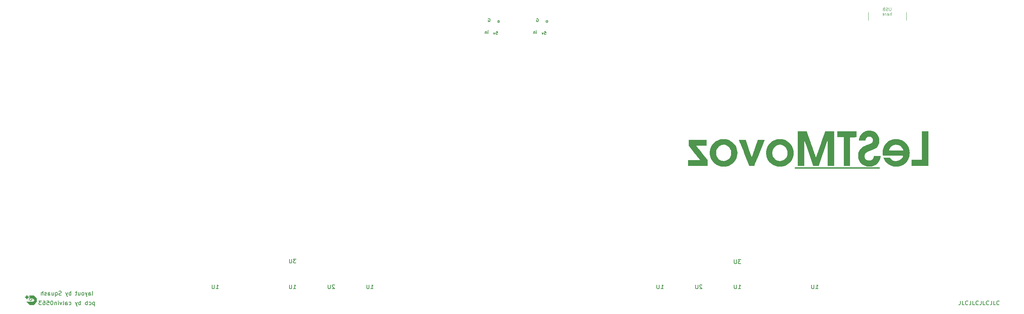
<source format=gbr>
%TF.GenerationSoftware,KiCad,Pcbnew,8.0.8*%
%TF.CreationDate,2025-03-13T22:57:15+01:00*%
%TF.ProjectId,LeSTMovoz revision 2,4c655354-4d6f-4766-9f7a-207265766973,rev?*%
%TF.SameCoordinates,Original*%
%TF.FileFunction,Legend,Bot*%
%TF.FilePolarity,Positive*%
%FSLAX46Y46*%
G04 Gerber Fmt 4.6, Leading zero omitted, Abs format (unit mm)*
G04 Created by KiCad (PCBNEW 8.0.8) date 2025-03-13 22:57:15*
%MOMM*%
%LPD*%
G01*
G04 APERTURE LIST*
G04 Aperture macros list*
%AMHorizOval*
0 Thick line with rounded ends*
0 $1 width*
0 $2 $3 position (X,Y) of the first rounded end (center of the circle)*
0 $4 $5 position (X,Y) of the second rounded end (center of the circle)*
0 Add line between two ends*
20,1,$1,$2,$3,$4,$5,0*
0 Add two circle primitives to create the rounded ends*
1,1,$1,$2,$3*
1,1,$1,$4,$5*%
G04 Aperture macros list end*
%ADD10C,0.300000*%
%ADD11C,0.150000*%
%ADD12C,0.125000*%
%ADD13C,0.000000*%
%ADD14C,0.120000*%
%ADD15C,4.400000*%
%ADD16R,1.778000X1.300000*%
%ADD17O,1.778000X1.300000*%
%ADD18C,2.000000*%
%ADD19C,1.400000*%
%ADD20O,1.400000X1.400000*%
%ADD21C,1.710000*%
%ADD22C,1.600000*%
%ADD23C,1.701800*%
%ADD24C,3.987800*%
%ADD25HorizOval,2.300000X0.655008X0.729993X-0.655008X-0.729993X0*%
%ADD26C,2.300000*%
%ADD27HorizOval,2.300000X0.020004X0.290000X-0.020004X-0.290000X0*%
%ADD28C,4.000000*%
%ADD29R,1.600000X1.600000*%
%ADD30O,1.600000X1.600000*%
%ADD31R,2.400000X2.400000*%
%ADD32O,2.400000X2.400000*%
%ADD33R,1.050000X1.500000*%
%ADD34O,1.050000X1.500000*%
%ADD35HorizOval,2.300000X-0.729993X0.655008X0.729993X-0.655008X0*%
%ADD36HorizOval,2.300000X-0.290000X0.020004X0.290000X-0.020004X0*%
%ADD37HorizOval,2.300000X-0.655008X-0.729993X0.655008X0.729993X0*%
%ADD38HorizOval,2.300000X-0.020004X-0.290000X0.020004X0.290000X0*%
%ADD39O,1.000000X1.500000*%
%ADD40C,0.650000*%
%ADD41R,0.600000X1.450000*%
%ADD42R,0.300000X1.450000*%
%ADD43O,1.000000X1.600000*%
%ADD44O,1.000000X2.100000*%
G04 APERTURE END LIST*
D10*
X214312500Y-64293750D02*
X234950000Y-64293750D01*
D11*
X91344642Y-86767319D02*
X90725595Y-86767319D01*
X90725595Y-86767319D02*
X91058928Y-87148271D01*
X91058928Y-87148271D02*
X90916071Y-87148271D01*
X90916071Y-87148271D02*
X90820833Y-87195890D01*
X90820833Y-87195890D02*
X90773214Y-87243509D01*
X90773214Y-87243509D02*
X90725595Y-87338747D01*
X90725595Y-87338747D02*
X90725595Y-87576842D01*
X90725595Y-87576842D02*
X90773214Y-87672080D01*
X90773214Y-87672080D02*
X90820833Y-87719700D01*
X90820833Y-87719700D02*
X90916071Y-87767319D01*
X90916071Y-87767319D02*
X91201785Y-87767319D01*
X91201785Y-87767319D02*
X91297023Y-87719700D01*
X91297023Y-87719700D02*
X91344642Y-87672080D01*
X90297023Y-86767319D02*
X90297023Y-87576842D01*
X90297023Y-87576842D02*
X90249404Y-87672080D01*
X90249404Y-87672080D02*
X90201785Y-87719700D01*
X90201785Y-87719700D02*
X90106547Y-87767319D01*
X90106547Y-87767319D02*
X89916071Y-87767319D01*
X89916071Y-87767319D02*
X89820833Y-87719700D01*
X89820833Y-87719700D02*
X89773214Y-87672080D01*
X89773214Y-87672080D02*
X89725595Y-87576842D01*
X89725595Y-87576842D02*
X89725595Y-86767319D01*
X100822023Y-93212557D02*
X100774404Y-93164938D01*
X100774404Y-93164938D02*
X100679166Y-93117319D01*
X100679166Y-93117319D02*
X100441071Y-93117319D01*
X100441071Y-93117319D02*
X100345833Y-93164938D01*
X100345833Y-93164938D02*
X100298214Y-93212557D01*
X100298214Y-93212557D02*
X100250595Y-93307795D01*
X100250595Y-93307795D02*
X100250595Y-93403033D01*
X100250595Y-93403033D02*
X100298214Y-93545890D01*
X100298214Y-93545890D02*
X100869642Y-94117319D01*
X100869642Y-94117319D02*
X100250595Y-94117319D01*
X99822023Y-93117319D02*
X99822023Y-93926842D01*
X99822023Y-93926842D02*
X99774404Y-94022080D01*
X99774404Y-94022080D02*
X99726785Y-94069700D01*
X99726785Y-94069700D02*
X99631547Y-94117319D01*
X99631547Y-94117319D02*
X99441071Y-94117319D01*
X99441071Y-94117319D02*
X99345833Y-94069700D01*
X99345833Y-94069700D02*
X99298214Y-94022080D01*
X99298214Y-94022080D02*
X99250595Y-93926842D01*
X99250595Y-93926842D02*
X99250595Y-93117319D01*
X109775595Y-94117319D02*
X110347023Y-94117319D01*
X110061309Y-94117319D02*
X110061309Y-93117319D01*
X110061309Y-93117319D02*
X110156547Y-93260176D01*
X110156547Y-93260176D02*
X110251785Y-93355414D01*
X110251785Y-93355414D02*
X110347023Y-93403033D01*
X109347023Y-93117319D02*
X109347023Y-93926842D01*
X109347023Y-93926842D02*
X109299404Y-94022080D01*
X109299404Y-94022080D02*
X109251785Y-94069700D01*
X109251785Y-94069700D02*
X109156547Y-94117319D01*
X109156547Y-94117319D02*
X108966071Y-94117319D01*
X108966071Y-94117319D02*
X108870833Y-94069700D01*
X108870833Y-94069700D02*
X108823214Y-94022080D01*
X108823214Y-94022080D02*
X108775595Y-93926842D01*
X108775595Y-93926842D02*
X108775595Y-93117319D01*
X181213095Y-94117319D02*
X181784523Y-94117319D01*
X181498809Y-94117319D02*
X181498809Y-93117319D01*
X181498809Y-93117319D02*
X181594047Y-93260176D01*
X181594047Y-93260176D02*
X181689285Y-93355414D01*
X181689285Y-93355414D02*
X181784523Y-93403033D01*
X180784523Y-93117319D02*
X180784523Y-93926842D01*
X180784523Y-93926842D02*
X180736904Y-94022080D01*
X180736904Y-94022080D02*
X180689285Y-94069700D01*
X180689285Y-94069700D02*
X180594047Y-94117319D01*
X180594047Y-94117319D02*
X180403571Y-94117319D01*
X180403571Y-94117319D02*
X180308333Y-94069700D01*
X180308333Y-94069700D02*
X180260714Y-94022080D01*
X180260714Y-94022080D02*
X180213095Y-93926842D01*
X180213095Y-93926842D02*
X180213095Y-93117319D01*
X41115477Y-95704819D02*
X41210715Y-95657200D01*
X41210715Y-95657200D02*
X41258334Y-95561961D01*
X41258334Y-95561961D02*
X41258334Y-94704819D01*
X40305953Y-95704819D02*
X40305953Y-95181009D01*
X40305953Y-95181009D02*
X40353572Y-95085771D01*
X40353572Y-95085771D02*
X40448810Y-95038152D01*
X40448810Y-95038152D02*
X40639286Y-95038152D01*
X40639286Y-95038152D02*
X40734524Y-95085771D01*
X40305953Y-95657200D02*
X40401191Y-95704819D01*
X40401191Y-95704819D02*
X40639286Y-95704819D01*
X40639286Y-95704819D02*
X40734524Y-95657200D01*
X40734524Y-95657200D02*
X40782143Y-95561961D01*
X40782143Y-95561961D02*
X40782143Y-95466723D01*
X40782143Y-95466723D02*
X40734524Y-95371485D01*
X40734524Y-95371485D02*
X40639286Y-95323866D01*
X40639286Y-95323866D02*
X40401191Y-95323866D01*
X40401191Y-95323866D02*
X40305953Y-95276247D01*
X39925000Y-95038152D02*
X39686905Y-95704819D01*
X39448810Y-95038152D02*
X39686905Y-95704819D01*
X39686905Y-95704819D02*
X39782143Y-95942914D01*
X39782143Y-95942914D02*
X39829762Y-95990533D01*
X39829762Y-95990533D02*
X39925000Y-96038152D01*
X38925000Y-95704819D02*
X39020238Y-95657200D01*
X39020238Y-95657200D02*
X39067857Y-95609580D01*
X39067857Y-95609580D02*
X39115476Y-95514342D01*
X39115476Y-95514342D02*
X39115476Y-95228628D01*
X39115476Y-95228628D02*
X39067857Y-95133390D01*
X39067857Y-95133390D02*
X39020238Y-95085771D01*
X39020238Y-95085771D02*
X38925000Y-95038152D01*
X38925000Y-95038152D02*
X38782143Y-95038152D01*
X38782143Y-95038152D02*
X38686905Y-95085771D01*
X38686905Y-95085771D02*
X38639286Y-95133390D01*
X38639286Y-95133390D02*
X38591667Y-95228628D01*
X38591667Y-95228628D02*
X38591667Y-95514342D01*
X38591667Y-95514342D02*
X38639286Y-95609580D01*
X38639286Y-95609580D02*
X38686905Y-95657200D01*
X38686905Y-95657200D02*
X38782143Y-95704819D01*
X38782143Y-95704819D02*
X38925000Y-95704819D01*
X37734524Y-95038152D02*
X37734524Y-95704819D01*
X38163095Y-95038152D02*
X38163095Y-95561961D01*
X38163095Y-95561961D02*
X38115476Y-95657200D01*
X38115476Y-95657200D02*
X38020238Y-95704819D01*
X38020238Y-95704819D02*
X37877381Y-95704819D01*
X37877381Y-95704819D02*
X37782143Y-95657200D01*
X37782143Y-95657200D02*
X37734524Y-95609580D01*
X37401190Y-95038152D02*
X37020238Y-95038152D01*
X37258333Y-94704819D02*
X37258333Y-95561961D01*
X37258333Y-95561961D02*
X37210714Y-95657200D01*
X37210714Y-95657200D02*
X37115476Y-95704819D01*
X37115476Y-95704819D02*
X37020238Y-95704819D01*
X35924999Y-95704819D02*
X35924999Y-94704819D01*
X35924999Y-95085771D02*
X35829761Y-95038152D01*
X35829761Y-95038152D02*
X35639285Y-95038152D01*
X35639285Y-95038152D02*
X35544047Y-95085771D01*
X35544047Y-95085771D02*
X35496428Y-95133390D01*
X35496428Y-95133390D02*
X35448809Y-95228628D01*
X35448809Y-95228628D02*
X35448809Y-95514342D01*
X35448809Y-95514342D02*
X35496428Y-95609580D01*
X35496428Y-95609580D02*
X35544047Y-95657200D01*
X35544047Y-95657200D02*
X35639285Y-95704819D01*
X35639285Y-95704819D02*
X35829761Y-95704819D01*
X35829761Y-95704819D02*
X35924999Y-95657200D01*
X35115475Y-95038152D02*
X34877380Y-95704819D01*
X34639285Y-95038152D02*
X34877380Y-95704819D01*
X34877380Y-95704819D02*
X34972618Y-95942914D01*
X34972618Y-95942914D02*
X35020237Y-95990533D01*
X35020237Y-95990533D02*
X35115475Y-96038152D01*
X33544046Y-95657200D02*
X33401189Y-95704819D01*
X33401189Y-95704819D02*
X33163094Y-95704819D01*
X33163094Y-95704819D02*
X33067856Y-95657200D01*
X33067856Y-95657200D02*
X33020237Y-95609580D01*
X33020237Y-95609580D02*
X32972618Y-95514342D01*
X32972618Y-95514342D02*
X32972618Y-95419104D01*
X32972618Y-95419104D02*
X33020237Y-95323866D01*
X33020237Y-95323866D02*
X33067856Y-95276247D01*
X33067856Y-95276247D02*
X33163094Y-95228628D01*
X33163094Y-95228628D02*
X33353570Y-95181009D01*
X33353570Y-95181009D02*
X33448808Y-95133390D01*
X33448808Y-95133390D02*
X33496427Y-95085771D01*
X33496427Y-95085771D02*
X33544046Y-94990533D01*
X33544046Y-94990533D02*
X33544046Y-94895295D01*
X33544046Y-94895295D02*
X33496427Y-94800057D01*
X33496427Y-94800057D02*
X33448808Y-94752438D01*
X33448808Y-94752438D02*
X33353570Y-94704819D01*
X33353570Y-94704819D02*
X33115475Y-94704819D01*
X33115475Y-94704819D02*
X32972618Y-94752438D01*
X32115475Y-95038152D02*
X32115475Y-96038152D01*
X32115475Y-95657200D02*
X32210713Y-95704819D01*
X32210713Y-95704819D02*
X32401189Y-95704819D01*
X32401189Y-95704819D02*
X32496427Y-95657200D01*
X32496427Y-95657200D02*
X32544046Y-95609580D01*
X32544046Y-95609580D02*
X32591665Y-95514342D01*
X32591665Y-95514342D02*
X32591665Y-95228628D01*
X32591665Y-95228628D02*
X32544046Y-95133390D01*
X32544046Y-95133390D02*
X32496427Y-95085771D01*
X32496427Y-95085771D02*
X32401189Y-95038152D01*
X32401189Y-95038152D02*
X32210713Y-95038152D01*
X32210713Y-95038152D02*
X32115475Y-95085771D01*
X31210713Y-95038152D02*
X31210713Y-95704819D01*
X31639284Y-95038152D02*
X31639284Y-95561961D01*
X31639284Y-95561961D02*
X31591665Y-95657200D01*
X31591665Y-95657200D02*
X31496427Y-95704819D01*
X31496427Y-95704819D02*
X31353570Y-95704819D01*
X31353570Y-95704819D02*
X31258332Y-95657200D01*
X31258332Y-95657200D02*
X31210713Y-95609580D01*
X30305951Y-95704819D02*
X30305951Y-95181009D01*
X30305951Y-95181009D02*
X30353570Y-95085771D01*
X30353570Y-95085771D02*
X30448808Y-95038152D01*
X30448808Y-95038152D02*
X30639284Y-95038152D01*
X30639284Y-95038152D02*
X30734522Y-95085771D01*
X30305951Y-95657200D02*
X30401189Y-95704819D01*
X30401189Y-95704819D02*
X30639284Y-95704819D01*
X30639284Y-95704819D02*
X30734522Y-95657200D01*
X30734522Y-95657200D02*
X30782141Y-95561961D01*
X30782141Y-95561961D02*
X30782141Y-95466723D01*
X30782141Y-95466723D02*
X30734522Y-95371485D01*
X30734522Y-95371485D02*
X30639284Y-95323866D01*
X30639284Y-95323866D02*
X30401189Y-95323866D01*
X30401189Y-95323866D02*
X30305951Y-95276247D01*
X29877379Y-95657200D02*
X29782141Y-95704819D01*
X29782141Y-95704819D02*
X29591665Y-95704819D01*
X29591665Y-95704819D02*
X29496427Y-95657200D01*
X29496427Y-95657200D02*
X29448808Y-95561961D01*
X29448808Y-95561961D02*
X29448808Y-95514342D01*
X29448808Y-95514342D02*
X29496427Y-95419104D01*
X29496427Y-95419104D02*
X29591665Y-95371485D01*
X29591665Y-95371485D02*
X29734522Y-95371485D01*
X29734522Y-95371485D02*
X29829760Y-95323866D01*
X29829760Y-95323866D02*
X29877379Y-95228628D01*
X29877379Y-95228628D02*
X29877379Y-95181009D01*
X29877379Y-95181009D02*
X29829760Y-95085771D01*
X29829760Y-95085771D02*
X29734522Y-95038152D01*
X29734522Y-95038152D02*
X29591665Y-95038152D01*
X29591665Y-95038152D02*
X29496427Y-95085771D01*
X29020236Y-95704819D02*
X29020236Y-94704819D01*
X28591665Y-95704819D02*
X28591665Y-95181009D01*
X28591665Y-95181009D02*
X28639284Y-95085771D01*
X28639284Y-95085771D02*
X28734522Y-95038152D01*
X28734522Y-95038152D02*
X28877379Y-95038152D01*
X28877379Y-95038152D02*
X28972617Y-95085771D01*
X28972617Y-95085771D02*
X29020236Y-95133390D01*
D12*
X237796040Y-24660297D02*
X237796040Y-25267440D01*
X237796040Y-25267440D02*
X237760326Y-25338868D01*
X237760326Y-25338868D02*
X237724612Y-25374583D01*
X237724612Y-25374583D02*
X237653183Y-25410297D01*
X237653183Y-25410297D02*
X237510326Y-25410297D01*
X237510326Y-25410297D02*
X237438897Y-25374583D01*
X237438897Y-25374583D02*
X237403183Y-25338868D01*
X237403183Y-25338868D02*
X237367469Y-25267440D01*
X237367469Y-25267440D02*
X237367469Y-24660297D01*
X237046040Y-25374583D02*
X236938898Y-25410297D01*
X236938898Y-25410297D02*
X236760326Y-25410297D01*
X236760326Y-25410297D02*
X236688898Y-25374583D01*
X236688898Y-25374583D02*
X236653183Y-25338868D01*
X236653183Y-25338868D02*
X236617469Y-25267440D01*
X236617469Y-25267440D02*
X236617469Y-25196011D01*
X236617469Y-25196011D02*
X236653183Y-25124583D01*
X236653183Y-25124583D02*
X236688898Y-25088868D01*
X236688898Y-25088868D02*
X236760326Y-25053154D01*
X236760326Y-25053154D02*
X236903183Y-25017440D01*
X236903183Y-25017440D02*
X236974612Y-24981725D01*
X236974612Y-24981725D02*
X237010326Y-24946011D01*
X237010326Y-24946011D02*
X237046040Y-24874583D01*
X237046040Y-24874583D02*
X237046040Y-24803154D01*
X237046040Y-24803154D02*
X237010326Y-24731725D01*
X237010326Y-24731725D02*
X236974612Y-24696011D01*
X236974612Y-24696011D02*
X236903183Y-24660297D01*
X236903183Y-24660297D02*
X236724612Y-24660297D01*
X236724612Y-24660297D02*
X236617469Y-24696011D01*
X236046040Y-25017440D02*
X235938897Y-25053154D01*
X235938897Y-25053154D02*
X235903183Y-25088868D01*
X235903183Y-25088868D02*
X235867469Y-25160297D01*
X235867469Y-25160297D02*
X235867469Y-25267440D01*
X235867469Y-25267440D02*
X235903183Y-25338868D01*
X235903183Y-25338868D02*
X235938897Y-25374583D01*
X235938897Y-25374583D02*
X236010326Y-25410297D01*
X236010326Y-25410297D02*
X236296040Y-25410297D01*
X236296040Y-25410297D02*
X236296040Y-24660297D01*
X236296040Y-24660297D02*
X236046040Y-24660297D01*
X236046040Y-24660297D02*
X235974612Y-24696011D01*
X235974612Y-24696011D02*
X235938897Y-24731725D01*
X235938897Y-24731725D02*
X235903183Y-24803154D01*
X235903183Y-24803154D02*
X235903183Y-24874583D01*
X235903183Y-24874583D02*
X235938897Y-24946011D01*
X235938897Y-24946011D02*
X235974612Y-24981725D01*
X235974612Y-24981725D02*
X236046040Y-25017440D01*
X236046040Y-25017440D02*
X236296040Y-25017440D01*
X237885325Y-26617755D02*
X237885325Y-25867755D01*
X237563897Y-26617755D02*
X237563897Y-26224898D01*
X237563897Y-26224898D02*
X237599611Y-26153469D01*
X237599611Y-26153469D02*
X237671039Y-26117755D01*
X237671039Y-26117755D02*
X237778182Y-26117755D01*
X237778182Y-26117755D02*
X237849611Y-26153469D01*
X237849611Y-26153469D02*
X237885325Y-26189183D01*
X236921040Y-26582041D02*
X236992468Y-26617755D01*
X236992468Y-26617755D02*
X237135326Y-26617755D01*
X237135326Y-26617755D02*
X237206754Y-26582041D01*
X237206754Y-26582041D02*
X237242468Y-26510612D01*
X237242468Y-26510612D02*
X237242468Y-26224898D01*
X237242468Y-26224898D02*
X237206754Y-26153469D01*
X237206754Y-26153469D02*
X237135326Y-26117755D01*
X237135326Y-26117755D02*
X236992468Y-26117755D01*
X236992468Y-26117755D02*
X236921040Y-26153469D01*
X236921040Y-26153469D02*
X236885326Y-26224898D01*
X236885326Y-26224898D02*
X236885326Y-26296326D01*
X236885326Y-26296326D02*
X237242468Y-26367755D01*
X236563897Y-26617755D02*
X236563897Y-26117755D01*
X236563897Y-26260612D02*
X236528183Y-26189183D01*
X236528183Y-26189183D02*
X236492469Y-26153469D01*
X236492469Y-26153469D02*
X236421040Y-26117755D01*
X236421040Y-26117755D02*
X236349611Y-26117755D01*
X235813897Y-26582041D02*
X235885325Y-26617755D01*
X235885325Y-26617755D02*
X236028183Y-26617755D01*
X236028183Y-26617755D02*
X236099611Y-26582041D01*
X236099611Y-26582041D02*
X236135325Y-26510612D01*
X236135325Y-26510612D02*
X236135325Y-26224898D01*
X236135325Y-26224898D02*
X236099611Y-26153469D01*
X236099611Y-26153469D02*
X236028183Y-26117755D01*
X236028183Y-26117755D02*
X235885325Y-26117755D01*
X235885325Y-26117755D02*
X235813897Y-26153469D01*
X235813897Y-26153469D02*
X235778183Y-26224898D01*
X235778183Y-26224898D02*
X235778183Y-26296326D01*
X235778183Y-26296326D02*
X236135325Y-26367755D01*
D11*
X191309523Y-93212557D02*
X191261904Y-93164938D01*
X191261904Y-93164938D02*
X191166666Y-93117319D01*
X191166666Y-93117319D02*
X190928571Y-93117319D01*
X190928571Y-93117319D02*
X190833333Y-93164938D01*
X190833333Y-93164938D02*
X190785714Y-93212557D01*
X190785714Y-93212557D02*
X190738095Y-93307795D01*
X190738095Y-93307795D02*
X190738095Y-93403033D01*
X190738095Y-93403033D02*
X190785714Y-93545890D01*
X190785714Y-93545890D02*
X191357142Y-94117319D01*
X191357142Y-94117319D02*
X190738095Y-94117319D01*
X190309523Y-93117319D02*
X190309523Y-93926842D01*
X190309523Y-93926842D02*
X190261904Y-94022080D01*
X190261904Y-94022080D02*
X190214285Y-94069700D01*
X190214285Y-94069700D02*
X190119047Y-94117319D01*
X190119047Y-94117319D02*
X189928571Y-94117319D01*
X189928571Y-94117319D02*
X189833333Y-94069700D01*
X189833333Y-94069700D02*
X189785714Y-94022080D01*
X189785714Y-94022080D02*
X189738095Y-93926842D01*
X189738095Y-93926842D02*
X189738095Y-93117319D01*
X90725595Y-94117319D02*
X91297023Y-94117319D01*
X91011309Y-94117319D02*
X91011309Y-93117319D01*
X91011309Y-93117319D02*
X91106547Y-93260176D01*
X91106547Y-93260176D02*
X91201785Y-93355414D01*
X91201785Y-93355414D02*
X91297023Y-93403033D01*
X90297023Y-93117319D02*
X90297023Y-93926842D01*
X90297023Y-93926842D02*
X90249404Y-94022080D01*
X90249404Y-94022080D02*
X90201785Y-94069700D01*
X90201785Y-94069700D02*
X90106547Y-94117319D01*
X90106547Y-94117319D02*
X89916071Y-94117319D01*
X89916071Y-94117319D02*
X89820833Y-94069700D01*
X89820833Y-94069700D02*
X89773214Y-94022080D01*
X89773214Y-94022080D02*
X89725595Y-93926842D01*
X89725595Y-93926842D02*
X89725595Y-93117319D01*
X41734524Y-97419402D02*
X41734524Y-98419402D01*
X41734524Y-97467021D02*
X41639286Y-97419402D01*
X41639286Y-97419402D02*
X41448810Y-97419402D01*
X41448810Y-97419402D02*
X41353572Y-97467021D01*
X41353572Y-97467021D02*
X41305953Y-97514640D01*
X41305953Y-97514640D02*
X41258334Y-97609878D01*
X41258334Y-97609878D02*
X41258334Y-97895592D01*
X41258334Y-97895592D02*
X41305953Y-97990830D01*
X41305953Y-97990830D02*
X41353572Y-98038450D01*
X41353572Y-98038450D02*
X41448810Y-98086069D01*
X41448810Y-98086069D02*
X41639286Y-98086069D01*
X41639286Y-98086069D02*
X41734524Y-98038450D01*
X40401191Y-98038450D02*
X40496429Y-98086069D01*
X40496429Y-98086069D02*
X40686905Y-98086069D01*
X40686905Y-98086069D02*
X40782143Y-98038450D01*
X40782143Y-98038450D02*
X40829762Y-97990830D01*
X40829762Y-97990830D02*
X40877381Y-97895592D01*
X40877381Y-97895592D02*
X40877381Y-97609878D01*
X40877381Y-97609878D02*
X40829762Y-97514640D01*
X40829762Y-97514640D02*
X40782143Y-97467021D01*
X40782143Y-97467021D02*
X40686905Y-97419402D01*
X40686905Y-97419402D02*
X40496429Y-97419402D01*
X40496429Y-97419402D02*
X40401191Y-97467021D01*
X39972619Y-98086069D02*
X39972619Y-97086069D01*
X39972619Y-97467021D02*
X39877381Y-97419402D01*
X39877381Y-97419402D02*
X39686905Y-97419402D01*
X39686905Y-97419402D02*
X39591667Y-97467021D01*
X39591667Y-97467021D02*
X39544048Y-97514640D01*
X39544048Y-97514640D02*
X39496429Y-97609878D01*
X39496429Y-97609878D02*
X39496429Y-97895592D01*
X39496429Y-97895592D02*
X39544048Y-97990830D01*
X39544048Y-97990830D02*
X39591667Y-98038450D01*
X39591667Y-98038450D02*
X39686905Y-98086069D01*
X39686905Y-98086069D02*
X39877381Y-98086069D01*
X39877381Y-98086069D02*
X39972619Y-98038450D01*
X38305952Y-98086069D02*
X38305952Y-97086069D01*
X38305952Y-97467021D02*
X38210714Y-97419402D01*
X38210714Y-97419402D02*
X38020238Y-97419402D01*
X38020238Y-97419402D02*
X37925000Y-97467021D01*
X37925000Y-97467021D02*
X37877381Y-97514640D01*
X37877381Y-97514640D02*
X37829762Y-97609878D01*
X37829762Y-97609878D02*
X37829762Y-97895592D01*
X37829762Y-97895592D02*
X37877381Y-97990830D01*
X37877381Y-97990830D02*
X37925000Y-98038450D01*
X37925000Y-98038450D02*
X38020238Y-98086069D01*
X38020238Y-98086069D02*
X38210714Y-98086069D01*
X38210714Y-98086069D02*
X38305952Y-98038450D01*
X37496428Y-97419402D02*
X37258333Y-98086069D01*
X37020238Y-97419402D02*
X37258333Y-98086069D01*
X37258333Y-98086069D02*
X37353571Y-98324164D01*
X37353571Y-98324164D02*
X37401190Y-98371783D01*
X37401190Y-98371783D02*
X37496428Y-98419402D01*
X35448809Y-98038450D02*
X35544047Y-98086069D01*
X35544047Y-98086069D02*
X35734523Y-98086069D01*
X35734523Y-98086069D02*
X35829761Y-98038450D01*
X35829761Y-98038450D02*
X35877380Y-97990830D01*
X35877380Y-97990830D02*
X35924999Y-97895592D01*
X35924999Y-97895592D02*
X35924999Y-97609878D01*
X35924999Y-97609878D02*
X35877380Y-97514640D01*
X35877380Y-97514640D02*
X35829761Y-97467021D01*
X35829761Y-97467021D02*
X35734523Y-97419402D01*
X35734523Y-97419402D02*
X35544047Y-97419402D01*
X35544047Y-97419402D02*
X35448809Y-97467021D01*
X34591666Y-98086069D02*
X34591666Y-97562259D01*
X34591666Y-97562259D02*
X34639285Y-97467021D01*
X34639285Y-97467021D02*
X34734523Y-97419402D01*
X34734523Y-97419402D02*
X34924999Y-97419402D01*
X34924999Y-97419402D02*
X35020237Y-97467021D01*
X34591666Y-98038450D02*
X34686904Y-98086069D01*
X34686904Y-98086069D02*
X34924999Y-98086069D01*
X34924999Y-98086069D02*
X35020237Y-98038450D01*
X35020237Y-98038450D02*
X35067856Y-97943211D01*
X35067856Y-97943211D02*
X35067856Y-97847973D01*
X35067856Y-97847973D02*
X35020237Y-97752735D01*
X35020237Y-97752735D02*
X34924999Y-97705116D01*
X34924999Y-97705116D02*
X34686904Y-97705116D01*
X34686904Y-97705116D02*
X34591666Y-97657497D01*
X33972618Y-98086069D02*
X34067856Y-98038450D01*
X34067856Y-98038450D02*
X34115475Y-97943211D01*
X34115475Y-97943211D02*
X34115475Y-97086069D01*
X33686903Y-97419402D02*
X33448808Y-98086069D01*
X33448808Y-98086069D02*
X33210713Y-97419402D01*
X32829760Y-98086069D02*
X32829760Y-97419402D01*
X32829760Y-97086069D02*
X32877379Y-97133688D01*
X32877379Y-97133688D02*
X32829760Y-97181307D01*
X32829760Y-97181307D02*
X32782141Y-97133688D01*
X32782141Y-97133688D02*
X32829760Y-97086069D01*
X32829760Y-97086069D02*
X32829760Y-97181307D01*
X32353570Y-97419402D02*
X32353570Y-98086069D01*
X32353570Y-97514640D02*
X32305951Y-97467021D01*
X32305951Y-97467021D02*
X32210713Y-97419402D01*
X32210713Y-97419402D02*
X32067856Y-97419402D01*
X32067856Y-97419402D02*
X31972618Y-97467021D01*
X31972618Y-97467021D02*
X31924999Y-97562259D01*
X31924999Y-97562259D02*
X31924999Y-98086069D01*
X31258332Y-97086069D02*
X31163094Y-97086069D01*
X31163094Y-97086069D02*
X31067856Y-97133688D01*
X31067856Y-97133688D02*
X31020237Y-97181307D01*
X31020237Y-97181307D02*
X30972618Y-97276545D01*
X30972618Y-97276545D02*
X30924999Y-97467021D01*
X30924999Y-97467021D02*
X30924999Y-97705116D01*
X30924999Y-97705116D02*
X30972618Y-97895592D01*
X30972618Y-97895592D02*
X31020237Y-97990830D01*
X31020237Y-97990830D02*
X31067856Y-98038450D01*
X31067856Y-98038450D02*
X31163094Y-98086069D01*
X31163094Y-98086069D02*
X31258332Y-98086069D01*
X31258332Y-98086069D02*
X31353570Y-98038450D01*
X31353570Y-98038450D02*
X31401189Y-97990830D01*
X31401189Y-97990830D02*
X31448808Y-97895592D01*
X31448808Y-97895592D02*
X31496427Y-97705116D01*
X31496427Y-97705116D02*
X31496427Y-97467021D01*
X31496427Y-97467021D02*
X31448808Y-97276545D01*
X31448808Y-97276545D02*
X31401189Y-97181307D01*
X31401189Y-97181307D02*
X31353570Y-97133688D01*
X31353570Y-97133688D02*
X31258332Y-97086069D01*
X30020237Y-97086069D02*
X30496427Y-97086069D01*
X30496427Y-97086069D02*
X30544046Y-97562259D01*
X30544046Y-97562259D02*
X30496427Y-97514640D01*
X30496427Y-97514640D02*
X30401189Y-97467021D01*
X30401189Y-97467021D02*
X30163094Y-97467021D01*
X30163094Y-97467021D02*
X30067856Y-97514640D01*
X30067856Y-97514640D02*
X30020237Y-97562259D01*
X30020237Y-97562259D02*
X29972618Y-97657497D01*
X29972618Y-97657497D02*
X29972618Y-97895592D01*
X29972618Y-97895592D02*
X30020237Y-97990830D01*
X30020237Y-97990830D02*
X30067856Y-98038450D01*
X30067856Y-98038450D02*
X30163094Y-98086069D01*
X30163094Y-98086069D02*
X30401189Y-98086069D01*
X30401189Y-98086069D02*
X30496427Y-98038450D01*
X30496427Y-98038450D02*
X30544046Y-97990830D01*
X29115475Y-97086069D02*
X29305951Y-97086069D01*
X29305951Y-97086069D02*
X29401189Y-97133688D01*
X29401189Y-97133688D02*
X29448808Y-97181307D01*
X29448808Y-97181307D02*
X29544046Y-97324164D01*
X29544046Y-97324164D02*
X29591665Y-97514640D01*
X29591665Y-97514640D02*
X29591665Y-97895592D01*
X29591665Y-97895592D02*
X29544046Y-97990830D01*
X29544046Y-97990830D02*
X29496427Y-98038450D01*
X29496427Y-98038450D02*
X29401189Y-98086069D01*
X29401189Y-98086069D02*
X29210713Y-98086069D01*
X29210713Y-98086069D02*
X29115475Y-98038450D01*
X29115475Y-98038450D02*
X29067856Y-97990830D01*
X29067856Y-97990830D02*
X29020237Y-97895592D01*
X29020237Y-97895592D02*
X29020237Y-97657497D01*
X29020237Y-97657497D02*
X29067856Y-97562259D01*
X29067856Y-97562259D02*
X29115475Y-97514640D01*
X29115475Y-97514640D02*
X29210713Y-97467021D01*
X29210713Y-97467021D02*
X29401189Y-97467021D01*
X29401189Y-97467021D02*
X29496427Y-97514640D01*
X29496427Y-97514640D02*
X29544046Y-97562259D01*
X29544046Y-97562259D02*
X29591665Y-97657497D01*
X28686903Y-97086069D02*
X28067856Y-97086069D01*
X28067856Y-97086069D02*
X28401189Y-97467021D01*
X28401189Y-97467021D02*
X28258332Y-97467021D01*
X28258332Y-97467021D02*
X28163094Y-97514640D01*
X28163094Y-97514640D02*
X28115475Y-97562259D01*
X28115475Y-97562259D02*
X28067856Y-97657497D01*
X28067856Y-97657497D02*
X28067856Y-97895592D01*
X28067856Y-97895592D02*
X28115475Y-97990830D01*
X28115475Y-97990830D02*
X28163094Y-98038450D01*
X28163094Y-98038450D02*
X28258332Y-98086069D01*
X28258332Y-98086069D02*
X28544046Y-98086069D01*
X28544046Y-98086069D02*
X28639284Y-98038450D01*
X28639284Y-98038450D02*
X28686903Y-97990830D01*
X219313095Y-94117319D02*
X219884523Y-94117319D01*
X219598809Y-94117319D02*
X219598809Y-93117319D01*
X219598809Y-93117319D02*
X219694047Y-93260176D01*
X219694047Y-93260176D02*
X219789285Y-93355414D01*
X219789285Y-93355414D02*
X219884523Y-93403033D01*
X218884523Y-93117319D02*
X218884523Y-93926842D01*
X218884523Y-93926842D02*
X218836904Y-94022080D01*
X218836904Y-94022080D02*
X218789285Y-94069700D01*
X218789285Y-94069700D02*
X218694047Y-94117319D01*
X218694047Y-94117319D02*
X218503571Y-94117319D01*
X218503571Y-94117319D02*
X218408333Y-94069700D01*
X218408333Y-94069700D02*
X218360714Y-94022080D01*
X218360714Y-94022080D02*
X218313095Y-93926842D01*
X218313095Y-93926842D02*
X218313095Y-93117319D01*
X200263095Y-94117319D02*
X200834523Y-94117319D01*
X200548809Y-94117319D02*
X200548809Y-93117319D01*
X200548809Y-93117319D02*
X200644047Y-93260176D01*
X200644047Y-93260176D02*
X200739285Y-93355414D01*
X200739285Y-93355414D02*
X200834523Y-93403033D01*
X199834523Y-93117319D02*
X199834523Y-93926842D01*
X199834523Y-93926842D02*
X199786904Y-94022080D01*
X199786904Y-94022080D02*
X199739285Y-94069700D01*
X199739285Y-94069700D02*
X199644047Y-94117319D01*
X199644047Y-94117319D02*
X199453571Y-94117319D01*
X199453571Y-94117319D02*
X199358333Y-94069700D01*
X199358333Y-94069700D02*
X199310714Y-94022080D01*
X199310714Y-94022080D02*
X199263095Y-93926842D01*
X199263095Y-93926842D02*
X199263095Y-93117319D01*
X200882141Y-86909642D02*
X200263094Y-86909642D01*
X200263094Y-86909642D02*
X200596427Y-87290594D01*
X200596427Y-87290594D02*
X200453570Y-87290594D01*
X200453570Y-87290594D02*
X200358332Y-87338213D01*
X200358332Y-87338213D02*
X200310713Y-87385832D01*
X200310713Y-87385832D02*
X200263094Y-87481070D01*
X200263094Y-87481070D02*
X200263094Y-87719165D01*
X200263094Y-87719165D02*
X200310713Y-87814403D01*
X200310713Y-87814403D02*
X200358332Y-87862023D01*
X200358332Y-87862023D02*
X200453570Y-87909642D01*
X200453570Y-87909642D02*
X200739284Y-87909642D01*
X200739284Y-87909642D02*
X200834522Y-87862023D01*
X200834522Y-87862023D02*
X200882141Y-87814403D01*
X199834522Y-86909642D02*
X199834522Y-87719165D01*
X199834522Y-87719165D02*
X199786903Y-87814403D01*
X199786903Y-87814403D02*
X199739284Y-87862023D01*
X199739284Y-87862023D02*
X199644046Y-87909642D01*
X199644046Y-87909642D02*
X199453570Y-87909642D01*
X199453570Y-87909642D02*
X199358332Y-87862023D01*
X199358332Y-87862023D02*
X199310713Y-87814403D01*
X199310713Y-87814403D02*
X199263094Y-87719165D01*
X199263094Y-87719165D02*
X199263094Y-86909642D01*
X254937201Y-97086069D02*
X254937201Y-97800354D01*
X254937201Y-97800354D02*
X254889582Y-97943211D01*
X254889582Y-97943211D02*
X254794344Y-98038450D01*
X254794344Y-98038450D02*
X254651487Y-98086069D01*
X254651487Y-98086069D02*
X254556249Y-98086069D01*
X255889582Y-98086069D02*
X255413392Y-98086069D01*
X255413392Y-98086069D02*
X255413392Y-97086069D01*
X256794344Y-97990830D02*
X256746725Y-98038450D01*
X256746725Y-98038450D02*
X256603868Y-98086069D01*
X256603868Y-98086069D02*
X256508630Y-98086069D01*
X256508630Y-98086069D02*
X256365773Y-98038450D01*
X256365773Y-98038450D02*
X256270535Y-97943211D01*
X256270535Y-97943211D02*
X256222916Y-97847973D01*
X256222916Y-97847973D02*
X256175297Y-97657497D01*
X256175297Y-97657497D02*
X256175297Y-97514640D01*
X256175297Y-97514640D02*
X256222916Y-97324164D01*
X256222916Y-97324164D02*
X256270535Y-97228926D01*
X256270535Y-97228926D02*
X256365773Y-97133688D01*
X256365773Y-97133688D02*
X256508630Y-97086069D01*
X256508630Y-97086069D02*
X256603868Y-97086069D01*
X256603868Y-97086069D02*
X256746725Y-97133688D01*
X256746725Y-97133688D02*
X256794344Y-97181307D01*
X257508630Y-97086069D02*
X257508630Y-97800354D01*
X257508630Y-97800354D02*
X257461011Y-97943211D01*
X257461011Y-97943211D02*
X257365773Y-98038450D01*
X257365773Y-98038450D02*
X257222916Y-98086069D01*
X257222916Y-98086069D02*
X257127678Y-98086069D01*
X258461011Y-98086069D02*
X257984821Y-98086069D01*
X257984821Y-98086069D02*
X257984821Y-97086069D01*
X259365773Y-97990830D02*
X259318154Y-98038450D01*
X259318154Y-98038450D02*
X259175297Y-98086069D01*
X259175297Y-98086069D02*
X259080059Y-98086069D01*
X259080059Y-98086069D02*
X258937202Y-98038450D01*
X258937202Y-98038450D02*
X258841964Y-97943211D01*
X258841964Y-97943211D02*
X258794345Y-97847973D01*
X258794345Y-97847973D02*
X258746726Y-97657497D01*
X258746726Y-97657497D02*
X258746726Y-97514640D01*
X258746726Y-97514640D02*
X258794345Y-97324164D01*
X258794345Y-97324164D02*
X258841964Y-97228926D01*
X258841964Y-97228926D02*
X258937202Y-97133688D01*
X258937202Y-97133688D02*
X259080059Y-97086069D01*
X259080059Y-97086069D02*
X259175297Y-97086069D01*
X259175297Y-97086069D02*
X259318154Y-97133688D01*
X259318154Y-97133688D02*
X259365773Y-97181307D01*
X260080059Y-97086069D02*
X260080059Y-97800354D01*
X260080059Y-97800354D02*
X260032440Y-97943211D01*
X260032440Y-97943211D02*
X259937202Y-98038450D01*
X259937202Y-98038450D02*
X259794345Y-98086069D01*
X259794345Y-98086069D02*
X259699107Y-98086069D01*
X261032440Y-98086069D02*
X260556250Y-98086069D01*
X260556250Y-98086069D02*
X260556250Y-97086069D01*
X261937202Y-97990830D02*
X261889583Y-98038450D01*
X261889583Y-98038450D02*
X261746726Y-98086069D01*
X261746726Y-98086069D02*
X261651488Y-98086069D01*
X261651488Y-98086069D02*
X261508631Y-98038450D01*
X261508631Y-98038450D02*
X261413393Y-97943211D01*
X261413393Y-97943211D02*
X261365774Y-97847973D01*
X261365774Y-97847973D02*
X261318155Y-97657497D01*
X261318155Y-97657497D02*
X261318155Y-97514640D01*
X261318155Y-97514640D02*
X261365774Y-97324164D01*
X261365774Y-97324164D02*
X261413393Y-97228926D01*
X261413393Y-97228926D02*
X261508631Y-97133688D01*
X261508631Y-97133688D02*
X261651488Y-97086069D01*
X261651488Y-97086069D02*
X261746726Y-97086069D01*
X261746726Y-97086069D02*
X261889583Y-97133688D01*
X261889583Y-97133688D02*
X261937202Y-97181307D01*
X262651488Y-97086069D02*
X262651488Y-97800354D01*
X262651488Y-97800354D02*
X262603869Y-97943211D01*
X262603869Y-97943211D02*
X262508631Y-98038450D01*
X262508631Y-98038450D02*
X262365774Y-98086069D01*
X262365774Y-98086069D02*
X262270536Y-98086069D01*
X263603869Y-98086069D02*
X263127679Y-98086069D01*
X263127679Y-98086069D02*
X263127679Y-97086069D01*
X264508631Y-97990830D02*
X264461012Y-98038450D01*
X264461012Y-98038450D02*
X264318155Y-98086069D01*
X264318155Y-98086069D02*
X264222917Y-98086069D01*
X264222917Y-98086069D02*
X264080060Y-98038450D01*
X264080060Y-98038450D02*
X263984822Y-97943211D01*
X263984822Y-97943211D02*
X263937203Y-97847973D01*
X263937203Y-97847973D02*
X263889584Y-97657497D01*
X263889584Y-97657497D02*
X263889584Y-97514640D01*
X263889584Y-97514640D02*
X263937203Y-97324164D01*
X263937203Y-97324164D02*
X263984822Y-97228926D01*
X263984822Y-97228926D02*
X264080060Y-97133688D01*
X264080060Y-97133688D02*
X264222917Y-97086069D01*
X264222917Y-97086069D02*
X264318155Y-97086069D01*
X264318155Y-97086069D02*
X264461012Y-97133688D01*
X264461012Y-97133688D02*
X264508631Y-97181307D01*
X71675595Y-94117319D02*
X72247023Y-94117319D01*
X71961309Y-94117319D02*
X71961309Y-93117319D01*
X71961309Y-93117319D02*
X72056547Y-93260176D01*
X72056547Y-93260176D02*
X72151785Y-93355414D01*
X72151785Y-93355414D02*
X72247023Y-93403033D01*
X71247023Y-93117319D02*
X71247023Y-93926842D01*
X71247023Y-93926842D02*
X71199404Y-94022080D01*
X71199404Y-94022080D02*
X71151785Y-94069700D01*
X71151785Y-94069700D02*
X71056547Y-94117319D01*
X71056547Y-94117319D02*
X70866071Y-94117319D01*
X70866071Y-94117319D02*
X70770833Y-94069700D01*
X70770833Y-94069700D02*
X70723214Y-94022080D01*
X70723214Y-94022080D02*
X70675595Y-93926842D01*
X70675595Y-93926842D02*
X70675595Y-93117319D01*
X141176429Y-27829585D02*
X141105000Y-27865300D01*
X141105000Y-27865300D02*
X141069286Y-27901014D01*
X141069286Y-27901014D02*
X141033572Y-27972442D01*
X141033572Y-27972442D02*
X141033572Y-28186728D01*
X141033572Y-28186728D02*
X141069286Y-28258157D01*
X141069286Y-28258157D02*
X141105000Y-28293871D01*
X141105000Y-28293871D02*
X141176429Y-28329585D01*
X141176429Y-28329585D02*
X141283572Y-28329585D01*
X141283572Y-28329585D02*
X141355000Y-28293871D01*
X141355000Y-28293871D02*
X141390715Y-28258157D01*
X141390715Y-28258157D02*
X141426429Y-28186728D01*
X141426429Y-28186728D02*
X141426429Y-27972442D01*
X141426429Y-27972442D02*
X141390715Y-27901014D01*
X141390715Y-27901014D02*
X141355000Y-27865300D01*
X141355000Y-27865300D02*
X141283572Y-27829585D01*
X141283572Y-27829585D02*
X141176429Y-27829585D01*
X138619285Y-31097914D02*
X138619285Y-30597914D01*
X138619285Y-30347914D02*
X138654999Y-30383628D01*
X138654999Y-30383628D02*
X138619285Y-30419342D01*
X138619285Y-30419342D02*
X138583571Y-30383628D01*
X138583571Y-30383628D02*
X138619285Y-30347914D01*
X138619285Y-30347914D02*
X138619285Y-30419342D01*
X138262142Y-30597914D02*
X138262142Y-31097914D01*
X138262142Y-30669342D02*
X138226428Y-30633628D01*
X138226428Y-30633628D02*
X138154999Y-30597914D01*
X138154999Y-30597914D02*
X138047856Y-30597914D01*
X138047856Y-30597914D02*
X137976428Y-30633628D01*
X137976428Y-30633628D02*
X137940714Y-30705057D01*
X137940714Y-30705057D02*
X137940714Y-31097914D01*
X140600892Y-30545414D02*
X140958035Y-30545414D01*
X140958035Y-30545414D02*
X140993749Y-30902557D01*
X140993749Y-30902557D02*
X140958035Y-30866842D01*
X140958035Y-30866842D02*
X140886607Y-30831128D01*
X140886607Y-30831128D02*
X140708035Y-30831128D01*
X140708035Y-30831128D02*
X140636607Y-30866842D01*
X140636607Y-30866842D02*
X140600892Y-30902557D01*
X140600892Y-30902557D02*
X140565178Y-30973985D01*
X140565178Y-30973985D02*
X140565178Y-31152557D01*
X140565178Y-31152557D02*
X140600892Y-31223985D01*
X140600892Y-31223985D02*
X140636607Y-31259700D01*
X140636607Y-31259700D02*
X140708035Y-31295414D01*
X140708035Y-31295414D02*
X140886607Y-31295414D01*
X140886607Y-31295414D02*
X140958035Y-31259700D01*
X140958035Y-31259700D02*
X140993749Y-31223985D01*
X140315178Y-30795414D02*
X140136606Y-31295414D01*
X140136606Y-31295414D02*
X139958035Y-30795414D01*
X138709821Y-27406128D02*
X138781250Y-27370414D01*
X138781250Y-27370414D02*
X138888392Y-27370414D01*
X138888392Y-27370414D02*
X138995535Y-27406128D01*
X138995535Y-27406128D02*
X139066964Y-27477557D01*
X139066964Y-27477557D02*
X139102678Y-27548985D01*
X139102678Y-27548985D02*
X139138392Y-27691842D01*
X139138392Y-27691842D02*
X139138392Y-27798985D01*
X139138392Y-27798985D02*
X139102678Y-27941842D01*
X139102678Y-27941842D02*
X139066964Y-28013271D01*
X139066964Y-28013271D02*
X138995535Y-28084700D01*
X138995535Y-28084700D02*
X138888392Y-28120414D01*
X138888392Y-28120414D02*
X138816964Y-28120414D01*
X138816964Y-28120414D02*
X138709821Y-28084700D01*
X138709821Y-28084700D02*
X138674107Y-28048985D01*
X138674107Y-28048985D02*
X138674107Y-27798985D01*
X138674107Y-27798985D02*
X138816964Y-27798985D01*
X153082679Y-27829585D02*
X153011250Y-27865300D01*
X153011250Y-27865300D02*
X152975536Y-27901014D01*
X152975536Y-27901014D02*
X152939822Y-27972442D01*
X152939822Y-27972442D02*
X152939822Y-28186728D01*
X152939822Y-28186728D02*
X152975536Y-28258157D01*
X152975536Y-28258157D02*
X153011250Y-28293871D01*
X153011250Y-28293871D02*
X153082679Y-28329585D01*
X153082679Y-28329585D02*
X153189822Y-28329585D01*
X153189822Y-28329585D02*
X153261250Y-28293871D01*
X153261250Y-28293871D02*
X153296965Y-28258157D01*
X153296965Y-28258157D02*
X153332679Y-28186728D01*
X153332679Y-28186728D02*
X153332679Y-27972442D01*
X153332679Y-27972442D02*
X153296965Y-27901014D01*
X153296965Y-27901014D02*
X153261250Y-27865300D01*
X153261250Y-27865300D02*
X153189822Y-27829585D01*
X153189822Y-27829585D02*
X153082679Y-27829585D01*
X152507142Y-30545414D02*
X152864285Y-30545414D01*
X152864285Y-30545414D02*
X152899999Y-30902557D01*
X152899999Y-30902557D02*
X152864285Y-30866842D01*
X152864285Y-30866842D02*
X152792857Y-30831128D01*
X152792857Y-30831128D02*
X152614285Y-30831128D01*
X152614285Y-30831128D02*
X152542857Y-30866842D01*
X152542857Y-30866842D02*
X152507142Y-30902557D01*
X152507142Y-30902557D02*
X152471428Y-30973985D01*
X152471428Y-30973985D02*
X152471428Y-31152557D01*
X152471428Y-31152557D02*
X152507142Y-31223985D01*
X152507142Y-31223985D02*
X152542857Y-31259700D01*
X152542857Y-31259700D02*
X152614285Y-31295414D01*
X152614285Y-31295414D02*
X152792857Y-31295414D01*
X152792857Y-31295414D02*
X152864285Y-31259700D01*
X152864285Y-31259700D02*
X152899999Y-31223985D01*
X152221428Y-30795414D02*
X152042856Y-31295414D01*
X152042856Y-31295414D02*
X151864285Y-30795414D01*
X150616071Y-27406128D02*
X150687500Y-27370414D01*
X150687500Y-27370414D02*
X150794642Y-27370414D01*
X150794642Y-27370414D02*
X150901785Y-27406128D01*
X150901785Y-27406128D02*
X150973214Y-27477557D01*
X150973214Y-27477557D02*
X151008928Y-27548985D01*
X151008928Y-27548985D02*
X151044642Y-27691842D01*
X151044642Y-27691842D02*
X151044642Y-27798985D01*
X151044642Y-27798985D02*
X151008928Y-27941842D01*
X151008928Y-27941842D02*
X150973214Y-28013271D01*
X150973214Y-28013271D02*
X150901785Y-28084700D01*
X150901785Y-28084700D02*
X150794642Y-28120414D01*
X150794642Y-28120414D02*
X150723214Y-28120414D01*
X150723214Y-28120414D02*
X150616071Y-28084700D01*
X150616071Y-28084700D02*
X150580357Y-28048985D01*
X150580357Y-28048985D02*
X150580357Y-27798985D01*
X150580357Y-27798985D02*
X150723214Y-27798985D01*
X150525535Y-31097914D02*
X150525535Y-30597914D01*
X150525535Y-30347914D02*
X150561249Y-30383628D01*
X150561249Y-30383628D02*
X150525535Y-30419342D01*
X150525535Y-30419342D02*
X150489821Y-30383628D01*
X150489821Y-30383628D02*
X150525535Y-30347914D01*
X150525535Y-30347914D02*
X150525535Y-30419342D01*
X150168392Y-30597914D02*
X150168392Y-31097914D01*
X150168392Y-30669342D02*
X150132678Y-30633628D01*
X150132678Y-30633628D02*
X150061249Y-30597914D01*
X150061249Y-30597914D02*
X149954106Y-30597914D01*
X149954106Y-30597914D02*
X149882678Y-30633628D01*
X149882678Y-30633628D02*
X149846964Y-30705057D01*
X149846964Y-30705057D02*
X149846964Y-31097914D01*
D13*
%TO.C,G\u002A\u002A\u002A*%
G36*
X247076850Y-59481770D02*
G01*
X247076850Y-63753588D01*
X244982175Y-63753588D01*
X242887500Y-63753588D01*
X242887500Y-63011380D01*
X242887500Y-62269173D01*
X244190487Y-62269173D01*
X245493474Y-62269173D01*
X245493474Y-58739562D01*
X245493474Y-55209952D01*
X246285162Y-55209952D01*
X247076850Y-55209952D01*
X247076850Y-59481770D01*
G37*
G36*
X229362824Y-55951562D02*
G01*
X229362824Y-56693173D01*
X228579383Y-56702017D01*
X227795941Y-56710861D01*
X227787545Y-60232224D01*
X227779149Y-63753588D01*
X226987610Y-63753588D01*
X226196071Y-63753588D01*
X226196071Y-60223978D01*
X226196071Y-56694367D01*
X225404383Y-56694367D01*
X224612694Y-56694367D01*
X224612694Y-55952160D01*
X224612694Y-55209952D01*
X226987759Y-55209952D01*
X229362824Y-55209952D01*
X229362824Y-55951562D01*
G37*
G36*
X192417370Y-58046835D02*
G01*
X192417370Y-58739562D01*
X191163863Y-58739562D01*
X191117161Y-58739574D01*
X190839973Y-58740134D01*
X190585775Y-58741465D01*
X190361729Y-58743472D01*
X190175000Y-58746059D01*
X190032752Y-58749129D01*
X189942150Y-58752588D01*
X189910357Y-58756339D01*
X189917838Y-58767542D01*
X189961097Y-58825029D01*
X190039972Y-58927423D01*
X190151151Y-59070492D01*
X190291318Y-59249999D01*
X190457159Y-59461709D01*
X190645358Y-59701388D01*
X190852602Y-59964800D01*
X191075576Y-60247711D01*
X191310965Y-60545884D01*
X192711573Y-62318653D01*
X192712913Y-63036121D01*
X192714253Y-63753588D01*
X190289707Y-63753588D01*
X187865162Y-63753588D01*
X187865162Y-63060861D01*
X187865162Y-62368134D01*
X189366071Y-62368134D01*
X189624902Y-62367865D01*
X189915150Y-62366882D01*
X190178707Y-62365255D01*
X190409026Y-62363061D01*
X190599560Y-62360378D01*
X190743762Y-62357285D01*
X190835085Y-62353860D01*
X190866980Y-62350182D01*
X190857827Y-62336539D01*
X190812159Y-62275745D01*
X190731086Y-62170249D01*
X190617899Y-62024265D01*
X190475885Y-61842002D01*
X190308334Y-61627672D01*
X190118535Y-61385488D01*
X189909776Y-61119660D01*
X189685348Y-60834400D01*
X189448539Y-60533919D01*
X188030097Y-58735608D01*
X188030097Y-58044858D01*
X188030097Y-57354108D01*
X190223733Y-57354108D01*
X192417370Y-57354108D01*
X192417370Y-58046835D01*
G37*
G36*
X206104126Y-57354792D02*
G01*
X206333756Y-57356179D01*
X206507071Y-57359316D01*
X206630107Y-57364501D01*
X206708898Y-57372035D01*
X206749482Y-57382215D01*
X206757893Y-57395341D01*
X206751305Y-57411842D01*
X206721861Y-57485085D01*
X206670492Y-57612662D01*
X206598875Y-57790422D01*
X206508681Y-58014214D01*
X206401586Y-58279884D01*
X206279262Y-58583281D01*
X206143385Y-58920253D01*
X205995627Y-59286650D01*
X205837662Y-59678317D01*
X205671165Y-60091105D01*
X205497809Y-60520861D01*
X205386763Y-60796145D01*
X205217092Y-61216792D01*
X205055131Y-61618365D01*
X204902576Y-61996651D01*
X204761126Y-62347441D01*
X204632477Y-62666523D01*
X204518329Y-62949688D01*
X204420377Y-63192724D01*
X204340319Y-63391421D01*
X204279854Y-63541567D01*
X204240678Y-63638953D01*
X204224489Y-63679367D01*
X204220772Y-63688593D01*
X204207323Y-63712370D01*
X204183817Y-63729502D01*
X204140936Y-63741077D01*
X204069360Y-63748184D01*
X203959769Y-63751912D01*
X203802843Y-63753351D01*
X203589263Y-63753588D01*
X202983160Y-63753588D01*
X201704212Y-60595082D01*
X201564258Y-60249440D01*
X201393475Y-59827633D01*
X201230868Y-59425988D01*
X201078094Y-59048603D01*
X200936814Y-58699579D01*
X200808685Y-58383013D01*
X200695368Y-58103004D01*
X200598519Y-57863651D01*
X200519800Y-57669053D01*
X200460867Y-57523309D01*
X200423381Y-57430517D01*
X200409000Y-57394777D01*
X200412172Y-57384470D01*
X200442215Y-57373933D01*
X200507279Y-57366425D01*
X200613548Y-57361701D01*
X200767209Y-57359518D01*
X200974448Y-57359629D01*
X201241450Y-57361790D01*
X202090164Y-57370601D01*
X202810767Y-59477709D01*
X202877227Y-59671938D01*
X202996316Y-60019420D01*
X203108312Y-60345504D01*
X203211438Y-60645058D01*
X203303920Y-60912953D01*
X203383983Y-61144059D01*
X203449850Y-61333243D01*
X203499746Y-61475377D01*
X203531896Y-61565330D01*
X203544524Y-61597971D01*
X203550285Y-61587340D01*
X203576548Y-61522939D01*
X203622193Y-61404581D01*
X203685372Y-61237240D01*
X203764239Y-61025892D01*
X203856948Y-60775513D01*
X203961652Y-60491077D01*
X204076506Y-60177560D01*
X204199663Y-59839937D01*
X204329277Y-59483184D01*
X205100876Y-57355243D01*
X205937328Y-57354675D01*
X206104126Y-57354792D01*
G37*
G36*
X223853993Y-59481325D02*
G01*
X223853993Y-63753588D01*
X223062469Y-63753588D01*
X222270945Y-63753588D01*
X222262534Y-60563241D01*
X222254123Y-57372894D01*
X221165267Y-60554994D01*
X220076410Y-63737095D01*
X219398001Y-63745993D01*
X218719592Y-63754891D01*
X217635628Y-60569170D01*
X217526117Y-60247638D01*
X217379885Y-59819308D01*
X217240353Y-59411753D01*
X217108967Y-59029142D01*
X216987175Y-58675649D01*
X216876422Y-58355443D01*
X216778157Y-58072695D01*
X216693825Y-57831578D01*
X216624874Y-57636262D01*
X216572751Y-57490918D01*
X216538903Y-57399717D01*
X216524777Y-57366831D01*
X216523034Y-57372459D01*
X216519296Y-57430757D01*
X216515736Y-57548560D01*
X216512391Y-57721414D01*
X216509299Y-57944868D01*
X216506498Y-58214470D01*
X216504024Y-58525769D01*
X216501916Y-58874313D01*
X216500211Y-59255650D01*
X216498946Y-59665328D01*
X216498160Y-60098896D01*
X216497889Y-60551901D01*
X216497889Y-63753588D01*
X215706201Y-63753588D01*
X214914513Y-63753588D01*
X214914513Y-59481770D01*
X214914513Y-55209952D01*
X216016048Y-55209952D01*
X216086222Y-55209959D01*
X216372518Y-55210282D01*
X216600950Y-55211327D01*
X216778187Y-55213439D01*
X216910896Y-55216960D01*
X217005745Y-55222231D01*
X217069403Y-55229596D01*
X217108537Y-55239398D01*
X217129815Y-55251978D01*
X217139905Y-55267679D01*
X217144700Y-55280966D01*
X217169497Y-55351321D01*
X217213670Y-55477383D01*
X217275722Y-55654854D01*
X217354152Y-55879438D01*
X217447462Y-56146837D01*
X217554154Y-56452753D01*
X217672727Y-56792890D01*
X217801684Y-57162950D01*
X217939525Y-57558635D01*
X218084751Y-57975648D01*
X218235864Y-58409692D01*
X218315175Y-58637493D01*
X218463963Y-59064620D01*
X218606371Y-59473144D01*
X218740869Y-59858692D01*
X218865930Y-60216894D01*
X218980025Y-60543379D01*
X219081624Y-60833776D01*
X219169200Y-61083713D01*
X219241222Y-61288820D01*
X219296163Y-61444725D01*
X219332494Y-61547059D01*
X219348686Y-61591449D01*
X219358628Y-61613837D01*
X219372571Y-61630360D01*
X219389372Y-61623689D01*
X219412165Y-61587302D01*
X219444079Y-61514679D01*
X219488245Y-61399298D01*
X219547796Y-61234637D01*
X219625862Y-61014176D01*
X219634753Y-60988965D01*
X219688232Y-60837232D01*
X219760879Y-60631010D01*
X219850455Y-60376661D01*
X219954720Y-60080544D01*
X220071435Y-59749022D01*
X220198362Y-59388454D01*
X220333260Y-59005201D01*
X220473890Y-58605624D01*
X220618014Y-58196083D01*
X220763391Y-57782939D01*
X221662930Y-55226445D01*
X222758462Y-55217754D01*
X223853993Y-55209062D01*
X223853993Y-59481325D01*
G37*
G36*
X200054819Y-60578803D02*
G01*
X200021815Y-61022761D01*
X199930761Y-61461337D01*
X199781432Y-61888678D01*
X199573605Y-62298933D01*
X199307054Y-62686249D01*
X199040262Y-62983191D01*
X198699610Y-63277431D01*
X198323363Y-63526447D01*
X197920686Y-63725053D01*
X197500744Y-63868064D01*
X197072703Y-63950296D01*
X196673510Y-63974912D01*
X196210136Y-63947620D01*
X195763537Y-63861829D01*
X195338360Y-63720668D01*
X194939248Y-63527263D01*
X194570846Y-63284742D01*
X194237799Y-62996234D01*
X193944752Y-62664865D01*
X193696350Y-62293764D01*
X193497237Y-61886059D01*
X193352058Y-61444876D01*
X193302942Y-61220224D01*
X193250139Y-60767868D01*
X193251850Y-60578080D01*
X194797799Y-60578080D01*
X194810559Y-60818980D01*
X194840585Y-61041468D01*
X194886917Y-61222669D01*
X194979538Y-61448677D01*
X195157087Y-61761129D01*
X195373681Y-62028279D01*
X195624941Y-62245861D01*
X195906489Y-62409610D01*
X196213946Y-62515263D01*
X196322491Y-62537469D01*
X196661440Y-62564117D01*
X196994191Y-62527279D01*
X197314044Y-62428798D01*
X197614299Y-62270520D01*
X197888257Y-62054290D01*
X197936381Y-62007609D01*
X198134453Y-61780487D01*
X198288693Y-61532100D01*
X198412863Y-61241119D01*
X198449425Y-61130634D01*
X198475133Y-61025927D01*
X198490598Y-60913278D01*
X198498431Y-60773357D01*
X198501242Y-60586835D01*
X198501252Y-60478884D01*
X198496936Y-60310006D01*
X198485103Y-60177462D01*
X198463610Y-60061805D01*
X198430311Y-59943588D01*
X198333827Y-59695214D01*
X198166330Y-59399955D01*
X197958020Y-59141381D01*
X197715640Y-58923632D01*
X197445935Y-58750848D01*
X197155649Y-58627167D01*
X196851525Y-58556731D01*
X196540307Y-58543678D01*
X196228741Y-58592149D01*
X196097395Y-58632826D01*
X195809258Y-58768542D01*
X195542113Y-58957521D01*
X195303735Y-59191440D01*
X195101898Y-59461981D01*
X194944377Y-59760820D01*
X194838947Y-60079638D01*
X194827917Y-60132551D01*
X194803265Y-60341645D01*
X194797799Y-60578080D01*
X193251850Y-60578080D01*
X193254264Y-60310332D01*
X193314176Y-59858947D01*
X193428731Y-59425043D01*
X193596785Y-59019952D01*
X193828545Y-58624186D01*
X194106971Y-58265946D01*
X194422083Y-57955342D01*
X194768580Y-57693138D01*
X195141163Y-57480098D01*
X195534532Y-57316987D01*
X195943387Y-57204566D01*
X196362428Y-57143601D01*
X196786355Y-57134856D01*
X197209867Y-57179092D01*
X197627665Y-57277076D01*
X198034449Y-57429570D01*
X198424920Y-57637338D01*
X198793776Y-57901144D01*
X199135718Y-58221752D01*
X199356952Y-58483069D01*
X199610828Y-58866169D01*
X199807778Y-59273144D01*
X199947576Y-59698143D01*
X200029998Y-60135313D01*
X200049227Y-60478884D01*
X200054819Y-60578803D01*
G37*
G36*
X213909364Y-60578803D02*
G01*
X213876360Y-61022761D01*
X213785306Y-61461337D01*
X213635978Y-61888678D01*
X213428151Y-62298933D01*
X213161600Y-62686249D01*
X212894807Y-62983191D01*
X212554156Y-63277431D01*
X212177908Y-63526447D01*
X211775231Y-63725053D01*
X211355289Y-63868064D01*
X210927249Y-63950296D01*
X210528056Y-63974912D01*
X210064681Y-63947620D01*
X209618083Y-63861829D01*
X209192905Y-63720668D01*
X208793793Y-63527263D01*
X208425391Y-63284742D01*
X208092344Y-62996234D01*
X207799298Y-62664865D01*
X207550895Y-62293764D01*
X207351782Y-61886059D01*
X207206604Y-61444876D01*
X207157488Y-61220224D01*
X207104684Y-60767868D01*
X207106395Y-60578080D01*
X208652344Y-60578080D01*
X208665104Y-60818980D01*
X208695130Y-61041468D01*
X208741462Y-61222669D01*
X208834084Y-61448677D01*
X209011633Y-61761129D01*
X209228226Y-62028279D01*
X209479486Y-62245861D01*
X209761034Y-62409610D01*
X210068492Y-62515263D01*
X210177037Y-62537469D01*
X210515986Y-62564117D01*
X210848736Y-62527279D01*
X211168590Y-62428798D01*
X211468845Y-62270520D01*
X211742802Y-62054290D01*
X211790926Y-62007609D01*
X211988998Y-61780487D01*
X212143238Y-61532100D01*
X212267408Y-61241119D01*
X212303970Y-61130634D01*
X212329679Y-61025927D01*
X212345144Y-60913278D01*
X212352976Y-60773357D01*
X212355787Y-60586835D01*
X212355798Y-60478884D01*
X212351482Y-60310006D01*
X212339649Y-60177462D01*
X212318155Y-60061805D01*
X212284857Y-59943588D01*
X212188373Y-59695214D01*
X212020876Y-59399955D01*
X211812565Y-59141381D01*
X211570185Y-58923632D01*
X211300480Y-58750848D01*
X211010194Y-58627167D01*
X210706070Y-58556731D01*
X210394853Y-58543678D01*
X210083286Y-58592149D01*
X209951941Y-58632826D01*
X209663804Y-58768542D01*
X209396659Y-58957521D01*
X209158281Y-59191440D01*
X208956444Y-59461981D01*
X208798923Y-59760820D01*
X208693492Y-60079638D01*
X208682463Y-60132551D01*
X208657810Y-60341645D01*
X208652344Y-60578080D01*
X207106395Y-60578080D01*
X207108810Y-60310332D01*
X207168722Y-59858947D01*
X207283276Y-59425043D01*
X207451330Y-59019952D01*
X207683090Y-58624186D01*
X207961516Y-58265946D01*
X208276628Y-57955342D01*
X208623126Y-57693138D01*
X208995709Y-57480098D01*
X209389078Y-57316987D01*
X209797933Y-57204566D01*
X210216973Y-57143601D01*
X210640900Y-57134856D01*
X211064412Y-57179092D01*
X211482211Y-57277076D01*
X211888995Y-57429570D01*
X212279465Y-57637338D01*
X212648321Y-57901144D01*
X212990263Y-58221752D01*
X213211497Y-58483069D01*
X213465374Y-58866169D01*
X213662323Y-59273144D01*
X213802121Y-59698143D01*
X213884543Y-60135313D01*
X213903772Y-60478884D01*
X213909364Y-60578803D01*
G37*
G36*
X242442743Y-60085812D02*
G01*
X242474481Y-60535165D01*
X242450249Y-60983216D01*
X242370480Y-61423721D01*
X242235604Y-61850434D01*
X242046054Y-62257111D01*
X241802261Y-62637505D01*
X241504658Y-62985373D01*
X241226758Y-63235663D01*
X240853023Y-63493986D01*
X240443503Y-63701883D01*
X240005656Y-63855673D01*
X239546939Y-63951676D01*
X239317648Y-63971936D01*
X238984010Y-63969018D01*
X238637867Y-63934746D01*
X238303558Y-63871788D01*
X238005422Y-63782809D01*
X237674119Y-63636627D01*
X237312825Y-63422969D01*
X236976381Y-63166703D01*
X236673001Y-62875815D01*
X236410897Y-62558289D01*
X236198286Y-62222113D01*
X236043380Y-61875271D01*
X235996141Y-61741380D01*
X236811851Y-61741380D01*
X237627562Y-61741380D01*
X237689878Y-61857095D01*
X237724072Y-61911815D01*
X237830501Y-62040250D01*
X237968324Y-62172775D01*
X238118794Y-62292244D01*
X238263166Y-62381510D01*
X238519667Y-62482534D01*
X238824782Y-62547023D01*
X239144609Y-62564720D01*
X239460595Y-62533274D01*
X239508988Y-62523129D01*
X239740917Y-62446933D01*
X239981160Y-62329372D01*
X240207959Y-62182389D01*
X240399554Y-62017927D01*
X240491542Y-61914067D01*
X240593848Y-61778063D01*
X240689065Y-61633097D01*
X240768206Y-61493910D01*
X240822282Y-61375241D01*
X240842305Y-61291832D01*
X240841777Y-61289589D01*
X240828012Y-61281270D01*
X240792576Y-61273979D01*
X240731443Y-61267629D01*
X240640584Y-61262133D01*
X240515973Y-61257405D01*
X240353580Y-61253358D01*
X240149380Y-61249905D01*
X239899343Y-61246961D01*
X239599444Y-61244438D01*
X239245653Y-61242251D01*
X238833943Y-61240313D01*
X238360287Y-61238537D01*
X235878269Y-61230082D01*
X235838320Y-61015666D01*
X235809971Y-60814623D01*
X235795593Y-60451218D01*
X235820856Y-60072272D01*
X235842023Y-59947063D01*
X237378669Y-59947063D01*
X237380522Y-59952222D01*
X237397927Y-59961692D01*
X237437645Y-59969628D01*
X237504529Y-59976156D01*
X237603429Y-59981403D01*
X237739195Y-59985495D01*
X237916679Y-59988559D01*
X238140732Y-59990722D01*
X238416205Y-59992110D01*
X238747949Y-59992850D01*
X239140815Y-59993069D01*
X240902961Y-59993069D01*
X240869814Y-59869367D01*
X240813723Y-59700148D01*
X240676678Y-59423589D01*
X240495179Y-59167868D01*
X240280387Y-58947722D01*
X240043461Y-58777892D01*
X239904124Y-58709034D01*
X239644690Y-58619934D01*
X239361747Y-58562188D01*
X239079154Y-58541640D01*
X239014217Y-58542580D01*
X238670593Y-58581576D01*
X238357725Y-58676603D01*
X238078868Y-58825994D01*
X237837277Y-59028081D01*
X237636206Y-59281194D01*
X237626762Y-59296137D01*
X237557824Y-59422523D01*
X237490905Y-59570564D01*
X237433645Y-59720505D01*
X237393686Y-59852589D01*
X237378669Y-59947063D01*
X235842023Y-59947063D01*
X235883868Y-59699541D01*
X235982735Y-59354784D01*
X236163061Y-58934736D01*
X236399794Y-58533931D01*
X236680649Y-58178055D01*
X237001584Y-57869607D01*
X237358558Y-57611083D01*
X237747528Y-57404983D01*
X238164453Y-57253803D01*
X238605292Y-57160043D01*
X239066001Y-57126198D01*
X239542540Y-57154769D01*
X239738094Y-57184492D01*
X240166052Y-57290590D01*
X240573820Y-57453061D01*
X240974253Y-57676589D01*
X241036289Y-57718977D01*
X241194058Y-57844111D01*
X241367073Y-57999733D01*
X241539106Y-58170105D01*
X241693928Y-58339493D01*
X241815314Y-58492160D01*
X242007393Y-58792396D01*
X242209631Y-59208183D01*
X242354604Y-59641403D01*
X242424349Y-59993069D01*
X242442743Y-60085812D01*
G37*
G36*
X232775975Y-55063557D02*
G01*
X232912969Y-55068086D01*
X233019372Y-55077678D01*
X233110157Y-55094068D01*
X233200299Y-55118992D01*
X233304772Y-55154187D01*
X233510275Y-55235466D01*
X233866895Y-55426704D01*
X234179515Y-55663005D01*
X234445564Y-55939559D01*
X234662473Y-56251561D01*
X234827670Y-56594202D01*
X234938585Y-56962676D01*
X234992649Y-57352175D01*
X234987291Y-57757893D01*
X234919940Y-58175021D01*
X234904653Y-58234529D01*
X234791893Y-58532246D01*
X234625246Y-58822713D01*
X234414368Y-59093184D01*
X234168913Y-59330917D01*
X233898539Y-59523165D01*
X233825177Y-59562333D01*
X233688608Y-59627550D01*
X233510855Y-59707316D01*
X233303165Y-59796713D01*
X233076783Y-59890825D01*
X232842954Y-59984733D01*
X232645221Y-60063973D01*
X232422404Y-60156314D01*
X232218824Y-60243839D01*
X232045085Y-60321878D01*
X231911790Y-60385764D01*
X231829542Y-60430829D01*
X231783442Y-60461804D01*
X231589547Y-60635004D01*
X231451697Y-60842414D01*
X231369371Y-61085036D01*
X231342045Y-61363869D01*
X231363801Y-61585535D01*
X231442409Y-61823770D01*
X231572818Y-62030917D01*
X231749224Y-62201564D01*
X231965825Y-62330300D01*
X232216818Y-62411715D01*
X232496402Y-62440396D01*
X232742494Y-62419302D01*
X232994378Y-62342964D01*
X233209108Y-62213364D01*
X233383576Y-62033066D01*
X233514674Y-61804635D01*
X233599291Y-61530635D01*
X233640397Y-61329043D01*
X234475056Y-61320220D01*
X235309715Y-61311397D01*
X235287102Y-61534635D01*
X235223551Y-61900138D01*
X235097394Y-62278886D01*
X234916382Y-62630080D01*
X234684827Y-62949382D01*
X234407043Y-63232454D01*
X234087344Y-63474957D01*
X233730041Y-63672553D01*
X233339449Y-63820904D01*
X232919882Y-63915671D01*
X232858562Y-63923779D01*
X232605139Y-63937154D01*
X232322184Y-63926515D01*
X232034064Y-63893466D01*
X231765149Y-63839614D01*
X231537770Y-63772518D01*
X231151675Y-63609967D01*
X230805519Y-63398579D01*
X230502643Y-63141921D01*
X230246390Y-62843557D01*
X230040104Y-62507052D01*
X229887127Y-62135971D01*
X229790802Y-61733881D01*
X229770920Y-61559772D01*
X229761098Y-61318919D01*
X229765778Y-61063009D01*
X229783966Y-60812089D01*
X229814663Y-60586205D01*
X229856873Y-60405406D01*
X229944703Y-60171711D01*
X230128619Y-59830203D01*
X230365911Y-59517832D01*
X230650113Y-59242655D01*
X230974759Y-59012725D01*
X231085838Y-58951740D01*
X231293062Y-58853345D01*
X231550864Y-58744309D01*
X231851389Y-58627908D01*
X232186782Y-58507416D01*
X232262758Y-58480768D01*
X232444436Y-58414782D01*
X232611070Y-58351326D01*
X232746817Y-58296524D01*
X232835833Y-58256501D01*
X232952584Y-58188833D01*
X233122014Y-58057046D01*
X233256783Y-57909256D01*
X233341918Y-57760146D01*
X233378790Y-57620142D01*
X233397634Y-57430462D01*
X233390675Y-57239379D01*
X233357221Y-57077653D01*
X233325326Y-57003960D01*
X233218686Y-56848703D01*
X233073832Y-56710042D01*
X232908928Y-56607046D01*
X232777670Y-56560243D01*
X232556278Y-56529310D01*
X232326811Y-56545312D01*
X232109274Y-56606163D01*
X231923673Y-56709776D01*
X231911516Y-56719656D01*
X231832725Y-56805817D01*
X231751100Y-56924221D01*
X231678268Y-57054445D01*
X231625856Y-57176066D01*
X231605491Y-57268662D01*
X231601868Y-57319545D01*
X231585150Y-57411835D01*
X231565260Y-57486056D01*
X230760925Y-57486056D01*
X229956591Y-57486056D01*
X229957741Y-57411835D01*
X229957869Y-57407462D01*
X229965286Y-57334016D01*
X229981635Y-57220725D01*
X230003686Y-57090211D01*
X230099946Y-56716378D01*
X230256359Y-56357575D01*
X230471023Y-56029120D01*
X230745159Y-55728773D01*
X230827298Y-55654009D01*
X231084487Y-55456181D01*
X231363973Y-55297931D01*
X231686793Y-55166701D01*
X231752513Y-55144155D01*
X231856155Y-55111322D01*
X231948418Y-55088776D01*
X232044773Y-55074564D01*
X232160688Y-55066732D01*
X232311635Y-55063329D01*
X232513084Y-55062401D01*
X232593415Y-55062353D01*
X232775975Y-55063557D01*
G37*
D14*
%TO.C,J1*%
X232213179Y-25793750D02*
X232213179Y-27793750D01*
X241613179Y-25793750D02*
X241613179Y-27793750D01*
D13*
%TO.C,G\u002A\u002A\u002A*%
G36*
X25860750Y-96809500D02*
G01*
X25746764Y-96923500D01*
X25591764Y-96923500D01*
X25436764Y-96923500D01*
X25550750Y-96809500D01*
X25664737Y-96695500D01*
X25819737Y-96695500D01*
X25974737Y-96695500D01*
X25860750Y-96809500D01*
G37*
G36*
X26252750Y-96923500D02*
G01*
X26024757Y-97151500D01*
X25871254Y-97151500D01*
X25866811Y-97151499D01*
X25842615Y-97151473D01*
X25819669Y-97151412D01*
X25798278Y-97151318D01*
X25778747Y-97151195D01*
X25761383Y-97151045D01*
X25746490Y-97150872D01*
X25734375Y-97150678D01*
X25725343Y-97150467D01*
X25719700Y-97150241D01*
X25717750Y-97150003D01*
X25718433Y-97149204D01*
X25721713Y-97145762D01*
X25727568Y-97139750D01*
X25735850Y-97131318D01*
X25746408Y-97120618D01*
X25759093Y-97107799D01*
X25773755Y-97093014D01*
X25790244Y-97076412D01*
X25808411Y-97058144D01*
X25828105Y-97038362D01*
X25849177Y-97017215D01*
X25871476Y-96994855D01*
X25894855Y-96971433D01*
X25919162Y-96947098D01*
X25944247Y-96922003D01*
X26170744Y-96695500D01*
X26325744Y-96695500D01*
X26480744Y-96695500D01*
X26252750Y-96923500D01*
G37*
G36*
X27176249Y-96138998D02*
G01*
X27567751Y-96530496D01*
X27567751Y-96923496D01*
X27567750Y-97316496D01*
X27176252Y-97707998D01*
X26784754Y-98099500D01*
X26293750Y-98099500D01*
X25802747Y-98099500D01*
X25410750Y-97707500D01*
X25018754Y-97315500D01*
X25802756Y-97315500D01*
X26586758Y-97315500D01*
X26782750Y-97119500D01*
X26978743Y-96923500D01*
X26782750Y-96727500D01*
X26586758Y-96531499D01*
X26003254Y-96531500D01*
X25962545Y-96531496D01*
X25915377Y-96531485D01*
X25869388Y-96531466D01*
X25824734Y-96531440D01*
X25781572Y-96531406D01*
X25740058Y-96531365D01*
X25700349Y-96531318D01*
X25662603Y-96531265D01*
X25626975Y-96531205D01*
X25593623Y-96531140D01*
X25562704Y-96531070D01*
X25534373Y-96530995D01*
X25508789Y-96530916D01*
X25486107Y-96530832D01*
X25466485Y-96530744D01*
X25450078Y-96530653D01*
X25437045Y-96530558D01*
X25427541Y-96530461D01*
X25421724Y-96530361D01*
X25419750Y-96530259D01*
X25421138Y-96527498D01*
X25425080Y-96522318D01*
X25431238Y-96515067D01*
X25439275Y-96506092D01*
X25448854Y-96495738D01*
X25459636Y-96484353D01*
X25471285Y-96472283D01*
X25483463Y-96459875D01*
X25495833Y-96447475D01*
X25508058Y-96435431D01*
X25519799Y-96424088D01*
X25530720Y-96413794D01*
X25540483Y-96404895D01*
X25548750Y-96397737D01*
X25580099Y-96372554D01*
X25630242Y-96336032D01*
X25681861Y-96302976D01*
X25735194Y-96273267D01*
X25790480Y-96246782D01*
X25847960Y-96223403D01*
X25907872Y-96203008D01*
X25970455Y-96185478D01*
X25976380Y-96183955D01*
X25985575Y-96181461D01*
X25992730Y-96179347D01*
X25997229Y-96177800D01*
X25998455Y-96177007D01*
X25996820Y-96176398D01*
X25992094Y-96175075D01*
X25985750Y-96173545D01*
X25979883Y-96172172D01*
X25964958Y-96168392D01*
X25947806Y-96163744D01*
X25929484Y-96158532D01*
X25911054Y-96153062D01*
X25893572Y-96147638D01*
X25878100Y-96142564D01*
X25870024Y-96139783D01*
X25811046Y-96117209D01*
X25753903Y-96091304D01*
X25698851Y-96062203D01*
X25646148Y-96030041D01*
X25596053Y-95994953D01*
X25594256Y-95993605D01*
X25586524Y-95987796D01*
X25580128Y-95982972D01*
X25575692Y-95979604D01*
X25573837Y-95978163D01*
X25574083Y-95977788D01*
X25576592Y-95975017D01*
X25581626Y-95969734D01*
X25588977Y-95962150D01*
X25598438Y-95952477D01*
X25609800Y-95940927D01*
X25622854Y-95927711D01*
X25637393Y-95913041D01*
X25653207Y-95897128D01*
X25670089Y-95880184D01*
X25687831Y-95862419D01*
X25802737Y-95747500D01*
X26293742Y-95747500D01*
X26784747Y-95747500D01*
X27176249Y-96138998D01*
G37*
G36*
X25106856Y-95544521D02*
G01*
X25116026Y-95580058D01*
X25133553Y-95635976D01*
X25154372Y-95689701D01*
X25178538Y-95741358D01*
X25206109Y-95791076D01*
X25237139Y-95838981D01*
X25255093Y-95863732D01*
X25290527Y-95907473D01*
X25328847Y-95948700D01*
X25369833Y-95987259D01*
X25413261Y-96022996D01*
X25458912Y-96055758D01*
X25506564Y-96085390D01*
X25555995Y-96111738D01*
X25606984Y-96134649D01*
X25659310Y-96153970D01*
X25712750Y-96169545D01*
X25715003Y-96170118D01*
X25724460Y-96172604D01*
X25732332Y-96174796D01*
X25737853Y-96176474D01*
X25740256Y-96177418D01*
X25739805Y-96178020D01*
X25736347Y-96179438D01*
X25730248Y-96181294D01*
X25722256Y-96183345D01*
X25704198Y-96187932D01*
X25668578Y-96198512D01*
X25631983Y-96211235D01*
X25595633Y-96225662D01*
X25560750Y-96241354D01*
X25523575Y-96260350D01*
X25474520Y-96289223D01*
X25427706Y-96321270D01*
X25383279Y-96356326D01*
X25341384Y-96394228D01*
X25302165Y-96434813D01*
X25265768Y-96477917D01*
X25232339Y-96523377D01*
X25202021Y-96571029D01*
X25174961Y-96620709D01*
X25151303Y-96672253D01*
X25131192Y-96725500D01*
X25128539Y-96733446D01*
X25125487Y-96742942D01*
X25122524Y-96752670D01*
X25119440Y-96763359D01*
X25116026Y-96775740D01*
X25112070Y-96790544D01*
X25107365Y-96808500D01*
X25106975Y-96809977D01*
X25106189Y-96812425D01*
X25105418Y-96813106D01*
X25104466Y-96811597D01*
X25103133Y-96807476D01*
X25101221Y-96800320D01*
X25098531Y-96789707D01*
X25097502Y-96785722D01*
X25093984Y-96772952D01*
X25089746Y-96758457D01*
X25085231Y-96743735D01*
X25080885Y-96730279D01*
X25066049Y-96689401D01*
X25043392Y-96636999D01*
X25017400Y-96586597D01*
X24988215Y-96538323D01*
X24955978Y-96492311D01*
X24920830Y-96448692D01*
X24882912Y-96407597D01*
X24842364Y-96369157D01*
X24799328Y-96333505D01*
X24753944Y-96300771D01*
X24706354Y-96271087D01*
X24656699Y-96244585D01*
X24605119Y-96221396D01*
X24551756Y-96201652D01*
X24496750Y-96185483D01*
X24490399Y-96183810D01*
X24481425Y-96181279D01*
X24474609Y-96179141D01*
X24470525Y-96177581D01*
X24469750Y-96176784D01*
X24469903Y-96176736D01*
X24473277Y-96175800D01*
X24479594Y-96174139D01*
X24488009Y-96171973D01*
X24497676Y-96169522D01*
X24519599Y-96163634D01*
X24569303Y-96147608D01*
X24618701Y-96128068D01*
X24667168Y-96105319D01*
X24714082Y-96079668D01*
X24758817Y-96051420D01*
X24800750Y-96020882D01*
X24820170Y-96005082D01*
X24844145Y-95984138D01*
X24868126Y-95961753D01*
X24891236Y-95938775D01*
X24912602Y-95916049D01*
X24931348Y-95894424D01*
X24946664Y-95875298D01*
X24980738Y-95828237D01*
X25011411Y-95779111D01*
X25038617Y-95728051D01*
X25062289Y-95675187D01*
X25082361Y-95620648D01*
X25098768Y-95564565D01*
X25099936Y-95560036D01*
X25102335Y-95551106D01*
X25104060Y-95545501D01*
X25105278Y-95542809D01*
X25106155Y-95542619D01*
X25106856Y-95544521D01*
G37*
%TD*%
%LPC*%
D15*
%TO.C,*%
X55137500Y-42862500D03*
%TD*%
D16*
%TO.C,D6*%
X159543750Y-31750000D03*
D17*
X165543750Y-31750000D03*
%TD*%
D18*
%TO.C,SW2*%
X147962500Y-89825000D03*
X154462500Y-89825000D03*
X147962500Y-94325000D03*
X154462500Y-94325000D03*
%TD*%
D19*
%TO.C,R4*%
X135478264Y-84517916D03*
D20*
X143098264Y-84517916D03*
%TD*%
D21*
%TO.C,F1*%
X155743750Y-34934000D03*
X150643750Y-34934000D03*
%TD*%
D22*
%TO.C,C9*%
X152400000Y-62396757D03*
X152400000Y-57396757D03*
%TD*%
D23*
%TO.C,MX24*%
X85407500Y-71437500D03*
D24*
X90487500Y-71437500D03*
D23*
X95567500Y-71437500D03*
D25*
X87332508Y-68167507D03*
D26*
X87987500Y-67437500D03*
D27*
X93007504Y-66647500D03*
D26*
X93027500Y-66357500D03*
%TD*%
D23*
%TO.C,MX10*%
X252095000Y-33337500D03*
D24*
X257175000Y-33337500D03*
D23*
X262255000Y-33337500D03*
D25*
X254020008Y-30067507D03*
D26*
X254675000Y-29337500D03*
D27*
X259695004Y-28547500D03*
D26*
X259715000Y-28257500D03*
%TD*%
D19*
%TO.C,R1*%
X136725000Y-34290000D03*
D20*
X136725000Y-41910000D03*
%TD*%
D23*
%TO.C,MX19*%
X233045000Y-52387500D03*
D24*
X238125000Y-52387500D03*
D23*
X243205000Y-52387500D03*
D25*
X234970008Y-49117507D03*
D26*
X235625000Y-48387500D03*
D27*
X240645004Y-47597500D03*
D26*
X240665000Y-47307500D03*
%TD*%
D23*
%TO.C,MX5*%
X104457500Y-33337500D03*
D24*
X109537500Y-33337500D03*
D23*
X114617500Y-33337500D03*
D25*
X106382508Y-30067507D03*
D26*
X107037500Y-29337500D03*
D27*
X112057504Y-28547500D03*
D26*
X112077500Y-28257500D03*
%TD*%
D23*
%TO.C,MX6*%
X175895000Y-33337500D03*
D24*
X180975000Y-33337500D03*
D23*
X186055000Y-33337500D03*
D25*
X177820008Y-30067507D03*
D26*
X178475000Y-29337500D03*
D27*
X183495004Y-28547500D03*
D26*
X183515000Y-28257500D03*
%TD*%
D16*
%TO.C,D4*%
X128412500Y-34925000D03*
D17*
X122412500Y-34925000D03*
%TD*%
D23*
%TO.C,MX21*%
X28257500Y-71437500D03*
D24*
X33337500Y-71437500D03*
D23*
X38417500Y-71437500D03*
D25*
X30182508Y-68167507D03*
D26*
X30837500Y-67437500D03*
D27*
X35857504Y-66647500D03*
D26*
X35877500Y-66357500D03*
%TD*%
D15*
%TO.C,H6*%
X234387500Y-40736500D03*
%TD*%
D28*
%TO.C,S1*%
X202406250Y-97472500D03*
D24*
X202406250Y-82232500D03*
D28*
X178593750Y-97472500D03*
D24*
X178593750Y-82232500D03*
%TD*%
D22*
%TO.C,C6*%
X136475000Y-62396757D03*
X136475000Y-57396757D03*
%TD*%
D23*
%TO.C,MX4*%
X85407500Y-33337500D03*
D24*
X90487500Y-33337500D03*
D23*
X95567500Y-33337500D03*
D25*
X87332508Y-30067507D03*
D26*
X87987500Y-29337500D03*
D27*
X93007504Y-28547500D03*
D26*
X93027500Y-28257500D03*
%TD*%
D22*
%TO.C,C7*%
X138224728Y-79368071D03*
X133224728Y-79368071D03*
%TD*%
D23*
%TO.C,MX37*%
X175895000Y-90487500D03*
D24*
X180975000Y-90487500D03*
D23*
X186055000Y-90487500D03*
D25*
X177820008Y-87217507D03*
D26*
X178475000Y-86487500D03*
D27*
X183495004Y-85697500D03*
D26*
X183515000Y-85407500D03*
%TD*%
D23*
%TO.C,MX20*%
X252095000Y-52387500D03*
D24*
X257175000Y-52387500D03*
D23*
X262255000Y-52387500D03*
D25*
X254020008Y-49117507D03*
D26*
X254675000Y-48387500D03*
D27*
X259695004Y-47597500D03*
D26*
X259715000Y-47307500D03*
%TD*%
D28*
%TO.C,S2*%
X219075000Y-97472500D03*
D24*
X219075000Y-82232500D03*
D28*
X180975000Y-97472500D03*
D24*
X180975000Y-82232500D03*
%TD*%
D16*
%TO.C,D12*%
X130793750Y-50800000D03*
D17*
X124793750Y-50800000D03*
%TD*%
D23*
%TO.C,MX27*%
X194945000Y-71437500D03*
D24*
X200025000Y-71437500D03*
D23*
X205105000Y-71437500D03*
D25*
X196870008Y-68167507D03*
D26*
X197525000Y-67437500D03*
D27*
X202545004Y-66647500D03*
D26*
X202565000Y-66357500D03*
%TD*%
D23*
%TO.C,MX1*%
X28257500Y-33337500D03*
D24*
X33337500Y-33337500D03*
D23*
X38417500Y-33337500D03*
D25*
X30182508Y-30067507D03*
D26*
X30837500Y-29337500D03*
D27*
X35857504Y-28547500D03*
D26*
X35877500Y-28257500D03*
%TD*%
D23*
%TO.C,MX38*%
X185420000Y-90487500D03*
D24*
X190500000Y-90487500D03*
D23*
X195580000Y-90487500D03*
D25*
X187345008Y-87217507D03*
D26*
X188000000Y-86487500D03*
D27*
X193020004Y-85697500D03*
D26*
X193040000Y-85407500D03*
%TD*%
D29*
%TO.C,D45*%
X155610000Y-53900000D03*
D30*
X147990000Y-53900000D03*
%TD*%
D23*
%TO.C,MX12*%
X47307500Y-52387500D03*
D24*
X52387500Y-52387500D03*
D23*
X57467500Y-52387500D03*
D25*
X49232508Y-49117507D03*
D26*
X49887500Y-48387500D03*
D27*
X54907504Y-47597500D03*
D26*
X54927500Y-47307500D03*
%TD*%
D16*
%TO.C,D3*%
X130793750Y-38100000D03*
D17*
X124793750Y-38100000D03*
%TD*%
D16*
%TO.C,D8*%
X159543750Y-38100000D03*
D17*
X165543750Y-38100000D03*
%TD*%
D16*
%TO.C,D16*%
X162100000Y-60125000D03*
D17*
X168100000Y-60125000D03*
%TD*%
D23*
%TO.C,MX34*%
X85407500Y-90487500D03*
D24*
X90487500Y-90487500D03*
D23*
X95567500Y-90487500D03*
D25*
X87332508Y-87217507D03*
D26*
X87987500Y-86487500D03*
D27*
X93007504Y-85697500D03*
D26*
X93027500Y-85407500D03*
%TD*%
D22*
%TO.C,C1*%
X134625429Y-49502571D03*
X134625429Y-54502571D03*
%TD*%
D16*
%TO.C,D9*%
X162100000Y-41275000D03*
D17*
X168100000Y-41275000D03*
%TD*%
D16*
%TO.C,D24*%
X128412500Y-66675000D03*
D17*
X122412500Y-66675000D03*
%TD*%
D23*
%TO.C,MX41*%
X233045000Y-90487500D03*
D24*
X238125000Y-90487500D03*
D23*
X243205000Y-90487500D03*
D25*
X234970008Y-87217507D03*
D26*
X235625000Y-86487500D03*
D27*
X240645004Y-85697500D03*
D26*
X240665000Y-85407500D03*
%TD*%
D16*
%TO.C,D38*%
X162100000Y-85725000D03*
D17*
X168100000Y-85725000D03*
%TD*%
D16*
%TO.C,D29*%
X162100000Y-73025000D03*
D17*
X168100000Y-73025000D03*
%TD*%
D19*
%TO.C,R2*%
X134343750Y-34290000D03*
D20*
X134343750Y-41910000D03*
%TD*%
D23*
%TO.C,MX28*%
X213995000Y-71437500D03*
D24*
X219075000Y-71437500D03*
D23*
X224155000Y-71437500D03*
D25*
X215920008Y-68167507D03*
D26*
X216575000Y-67437500D03*
D27*
X221595004Y-66647500D03*
D26*
X221615000Y-66357500D03*
%TD*%
D23*
%TO.C,MX8*%
X213995000Y-33337500D03*
D24*
X219075000Y-33337500D03*
D23*
X224155000Y-33337500D03*
D25*
X215920008Y-30067507D03*
D26*
X216575000Y-29337500D03*
D27*
X221595004Y-28547500D03*
D26*
X221615000Y-28257500D03*
%TD*%
D19*
%TO.C,R5*%
X148431250Y-18097500D03*
D20*
X148431250Y-10477500D03*
%TD*%
D16*
%TO.C,D18*%
X162100000Y-53975000D03*
D17*
X168100000Y-53975000D03*
%TD*%
D23*
%TO.C,MX18*%
X213995000Y-52387500D03*
D24*
X219075000Y-52387500D03*
D23*
X224155000Y-52387500D03*
D25*
X215920008Y-49117507D03*
D26*
X216575000Y-48387500D03*
D27*
X221595004Y-47597500D03*
D26*
X221615000Y-47307500D03*
%TD*%
D16*
%TO.C,D7*%
X162100000Y-34925000D03*
D17*
X168100000Y-34925000D03*
%TD*%
D16*
%TO.C,D34*%
X130793750Y-88900000D03*
D17*
X124793750Y-88900000D03*
%TD*%
D16*
%TO.C,D20*%
X162100000Y-47625000D03*
D17*
X168100000Y-47625000D03*
%TD*%
D23*
%TO.C,MX33*%
X66357500Y-90487500D03*
D24*
X71437500Y-90487500D03*
D23*
X76517500Y-90487500D03*
D25*
X68282508Y-87217507D03*
D26*
X68937500Y-86487500D03*
D27*
X73957504Y-85697500D03*
D26*
X73977500Y-85407500D03*
%TD*%
D16*
%TO.C,D13*%
X128412500Y-53975000D03*
D17*
X122412500Y-53975000D03*
%TD*%
D31*
%TO.C,D43*%
X139987678Y-45367784D03*
D32*
X150147678Y-45367784D03*
%TD*%
D16*
%TO.C,D15*%
X128412500Y-60125000D03*
D17*
X122412500Y-60125000D03*
%TD*%
D23*
%TO.C,MX23*%
X66357500Y-71437500D03*
D24*
X71437500Y-71437500D03*
D23*
X76517500Y-71437500D03*
D25*
X68282508Y-68167507D03*
D26*
X68937500Y-67437500D03*
D27*
X73957504Y-66647500D03*
D26*
X73977500Y-66357500D03*
%TD*%
D16*
%TO.C,D33*%
X128412500Y-85725000D03*
D17*
X122412500Y-85725000D03*
%TD*%
D16*
%TO.C,D10*%
X159718750Y-44450000D03*
D17*
X165718750Y-44450000D03*
%TD*%
D16*
%TO.C,D36*%
X162100000Y-92075000D03*
D17*
X168100000Y-92075000D03*
%TD*%
D23*
%TO.C,MX14*%
X85407500Y-52387500D03*
D24*
X90487500Y-52387500D03*
D23*
X95567500Y-52387500D03*
D25*
X87332508Y-49117507D03*
D26*
X87987500Y-48387500D03*
D27*
X93007504Y-47597500D03*
D26*
X93027500Y-47307500D03*
%TD*%
D16*
%TO.C,D19*%
X159718750Y-50800000D03*
D17*
X165718750Y-50800000D03*
%TD*%
D16*
%TO.C,D5*%
X130793750Y-31750000D03*
D17*
X124793750Y-31750000D03*
%TD*%
D33*
%TO.C,U2*%
X140176250Y-52091988D03*
D34*
X138906250Y-52091988D03*
X137636250Y-52091988D03*
%TD*%
D22*
%TO.C,C11*%
X138906250Y-62396757D03*
X138906250Y-57396757D03*
%TD*%
D28*
%TO.C,S3*%
X109537500Y-97472500D03*
D24*
X109537500Y-82232500D03*
D28*
X71437500Y-97472500D03*
D24*
X71437500Y-82232500D03*
%TD*%
D16*
%TO.C,D23*%
X130793750Y-69850000D03*
D17*
X124793750Y-69850000D03*
%TD*%
D23*
%TO.C,MX17*%
X194945000Y-52387500D03*
D24*
X200025000Y-52387500D03*
D23*
X205105000Y-52387500D03*
D25*
X196870008Y-49117507D03*
D26*
X197525000Y-48387500D03*
D27*
X202545004Y-47597500D03*
D26*
X202565000Y-47307500D03*
%TD*%
D16*
%TO.C,D27*%
X162100000Y-66675000D03*
D17*
X168100000Y-66675000D03*
%TD*%
D16*
%TO.C,D2*%
X128412500Y-41275000D03*
D17*
X122412500Y-41275000D03*
%TD*%
D22*
%TO.C,C10*%
X152268053Y-76738522D03*
X157268053Y-76738522D03*
%TD*%
D23*
%TO.C,MX16*%
X175895000Y-52387500D03*
D24*
X180975000Y-52387500D03*
D23*
X186055000Y-52387500D03*
D25*
X177820008Y-49117507D03*
D26*
X178475000Y-48387500D03*
D27*
X183495004Y-47597500D03*
D26*
X183515000Y-47307500D03*
%TD*%
D16*
%TO.C,D39*%
X159718750Y-82550000D03*
D17*
X165718750Y-82550000D03*
%TD*%
D16*
%TO.C,D17*%
X159543750Y-57150000D03*
D17*
X165543750Y-57150000D03*
%TD*%
D23*
%TO.C,MX31*%
X28257500Y-90487500D03*
D24*
X33337500Y-90487500D03*
D23*
X38417500Y-90487500D03*
D25*
X30182508Y-87217507D03*
D26*
X30837500Y-86487500D03*
D27*
X35857504Y-85697500D03*
D26*
X35877500Y-85407500D03*
%TD*%
D28*
%TO.C,S4*%
X111918750Y-97472500D03*
D24*
X111918750Y-82232500D03*
D28*
X88106250Y-97472500D03*
D24*
X88106250Y-82232500D03*
%TD*%
D16*
%TO.C,D40*%
X162100000Y-79375000D03*
D17*
X168100000Y-79375000D03*
%TD*%
D23*
%TO.C,MX26*%
X175895000Y-71437500D03*
D24*
X180975000Y-71437500D03*
D23*
X186055000Y-71437500D03*
D25*
X177820008Y-68167507D03*
D26*
X178475000Y-67437500D03*
D27*
X183495004Y-66647500D03*
D26*
X183515000Y-66357500D03*
%TD*%
D16*
%TO.C,D1*%
X130793750Y-44450000D03*
D17*
X124793750Y-44450000D03*
%TD*%
D19*
%TO.C,R3*%
X135478264Y-86899166D03*
D20*
X143098264Y-86899166D03*
%TD*%
D16*
%TO.C,D30*%
X159718750Y-76200000D03*
D17*
X165718750Y-76200000D03*
%TD*%
D22*
%TO.C,C8*%
X138224728Y-76936821D03*
X133224728Y-76936821D03*
%TD*%
D23*
%TO.C,MX32*%
X47307500Y-90487500D03*
D24*
X52387500Y-90487500D03*
D23*
X57467500Y-90487500D03*
D25*
X49232508Y-87217507D03*
D26*
X49887500Y-86487500D03*
D27*
X54907504Y-85697500D03*
D26*
X54927500Y-85407500D03*
%TD*%
D16*
%TO.C,D31*%
X128412500Y-79375000D03*
D17*
X122412500Y-79375000D03*
%TD*%
D23*
%TO.C,MX3*%
X66357500Y-33337500D03*
D24*
X71437500Y-33337500D03*
D23*
X76517500Y-33337500D03*
D25*
X68282508Y-30067507D03*
D26*
X68937500Y-29337500D03*
D27*
X73957504Y-28547500D03*
D26*
X73977500Y-28257500D03*
%TD*%
D16*
%TO.C,D28*%
X159718750Y-69850000D03*
D17*
X165718750Y-69850000D03*
%TD*%
D23*
%TO.C,MX29*%
X233045000Y-71437500D03*
D24*
X238125000Y-71437500D03*
D23*
X243205000Y-71437500D03*
D25*
X234970008Y-68167507D03*
D26*
X235625000Y-67437500D03*
D27*
X240645004Y-66647500D03*
D26*
X240665000Y-66357500D03*
%TD*%
D23*
%TO.C,MX39*%
X200025000Y-95567500D03*
D24*
X200025000Y-90487500D03*
D23*
X200025000Y-85407500D03*
D35*
X196755007Y-93642492D03*
D26*
X196025000Y-92987500D03*
D36*
X195235000Y-87967496D03*
D26*
X194945000Y-87947500D03*
%TD*%
D16*
%TO.C,D11*%
X128412500Y-47625000D03*
D17*
X122412500Y-47625000D03*
%TD*%
D23*
%TO.C,MX7*%
X194945000Y-33337500D03*
D24*
X200025000Y-33337500D03*
D23*
X205105000Y-33337500D03*
D25*
X196870008Y-30067507D03*
D26*
X197525000Y-29337500D03*
D27*
X202545004Y-28547500D03*
D26*
X202565000Y-28257500D03*
%TD*%
D23*
%TO.C,MX22*%
X47307500Y-71437500D03*
D24*
X52387500Y-71437500D03*
D23*
X57467500Y-71437500D03*
D25*
X49232508Y-68167507D03*
D26*
X49887500Y-67437500D03*
D27*
X54907504Y-66647500D03*
D26*
X54927500Y-66357500D03*
%TD*%
D23*
%TO.C,MX9*%
X243205000Y-33337500D03*
D24*
X238125000Y-33337500D03*
D23*
X233045000Y-33337500D03*
D37*
X241279992Y-36607493D03*
D26*
X240625000Y-37337500D03*
D38*
X235604996Y-38127500D03*
D26*
X235585000Y-38417500D03*
%TD*%
D22*
%TO.C,C4*%
X148712500Y-85725000D03*
X153712500Y-85725000D03*
%TD*%
D16*
%TO.C,D37*%
X159718750Y-88900000D03*
D17*
X165718750Y-88900000D03*
%TD*%
D16*
%TO.C,D21*%
X130793750Y-76200000D03*
D17*
X124793750Y-76200000D03*
%TD*%
D22*
%TO.C,C5*%
X152268053Y-79169772D03*
X157268053Y-79169772D03*
%TD*%
D23*
%TO.C,MX15*%
X104457500Y-52387500D03*
D24*
X109537500Y-52387500D03*
D23*
X114617500Y-52387500D03*
D25*
X106382508Y-49117507D03*
D26*
X107037500Y-48387500D03*
D27*
X112057504Y-47597500D03*
D26*
X112077500Y-47307500D03*
%TD*%
D15*
%TO.C,*%
X206137500Y-89371500D03*
%TD*%
%TO.C,*%
X53537500Y-77636500D03*
%TD*%
D23*
%TO.C,MX25*%
X104457500Y-71437500D03*
D24*
X109537500Y-71437500D03*
D23*
X114617500Y-71437500D03*
D25*
X106382508Y-68167507D03*
D26*
X107037500Y-67437500D03*
D27*
X112057504Y-66647500D03*
D26*
X112077500Y-66357500D03*
%TD*%
D23*
%TO.C,MX36*%
X94932500Y-90487500D03*
D24*
X100012500Y-90487500D03*
D23*
X105092500Y-90487500D03*
D25*
X96857508Y-87217507D03*
D26*
X97512500Y-86487500D03*
D27*
X102532504Y-85697500D03*
D26*
X102552500Y-85407500D03*
%TD*%
D23*
%TO.C,MX13*%
X66357500Y-52387500D03*
D24*
X71437500Y-52387500D03*
D23*
X76517500Y-52387500D03*
D25*
X68282508Y-49117507D03*
D26*
X68937500Y-48387500D03*
D27*
X73957504Y-47597500D03*
D26*
X73977500Y-47307500D03*
%TD*%
D23*
%TO.C,MX40*%
X213995000Y-90487500D03*
D24*
X219075000Y-90487500D03*
D23*
X224155000Y-90487500D03*
D25*
X215920008Y-87217507D03*
D26*
X216575000Y-86487500D03*
D27*
X221595004Y-85697500D03*
D26*
X221615000Y-85407500D03*
%TD*%
D16*
%TO.C,D25*%
X130793750Y-63700000D03*
D17*
X124793750Y-63700000D03*
%TD*%
D16*
%TO.C,D22*%
X128412500Y-73025000D03*
D17*
X122412500Y-73025000D03*
%TD*%
D22*
%TO.C,C3*%
X146050000Y-35600000D03*
X146050000Y-40600000D03*
%TD*%
D23*
%TO.C,MX2*%
X47307500Y-33337500D03*
D24*
X52387500Y-33337500D03*
D23*
X57467500Y-33337500D03*
D25*
X49232508Y-30067507D03*
D26*
X49887500Y-29337500D03*
D27*
X54907504Y-28547500D03*
D26*
X54927500Y-28257500D03*
%TD*%
D16*
%TO.C,D32*%
X130793750Y-82550000D03*
D17*
X124793750Y-82550000D03*
%TD*%
D23*
%TO.C,MX11*%
X28257500Y-52387500D03*
D24*
X33337500Y-52387500D03*
D23*
X38417500Y-52387500D03*
D25*
X30182508Y-49117507D03*
D26*
X30837500Y-48387500D03*
D27*
X35857504Y-47597500D03*
D26*
X35877500Y-47307500D03*
%TD*%
D23*
%TO.C,MX42*%
X252095000Y-90487500D03*
D24*
X257175000Y-90487500D03*
D23*
X262255000Y-90487500D03*
D25*
X254020008Y-87217507D03*
D26*
X254675000Y-86487500D03*
D27*
X259695004Y-85697500D03*
D26*
X259715000Y-85407500D03*
%TD*%
D23*
%TO.C,MX30*%
X252095000Y-71437500D03*
D24*
X257175000Y-71437500D03*
D23*
X262255000Y-71437500D03*
D25*
X254020008Y-68167507D03*
D26*
X254675000Y-67437500D03*
D27*
X259695004Y-66647500D03*
D26*
X259715000Y-66357500D03*
%TD*%
D23*
%TO.C,MX35*%
X104457500Y-90487500D03*
D24*
X109537500Y-90487500D03*
D23*
X114617500Y-90487500D03*
D25*
X106382508Y-87217507D03*
D26*
X107037500Y-86487500D03*
D27*
X112057504Y-85697500D03*
D26*
X112077500Y-85407500D03*
%TD*%
D22*
%TO.C,C2*%
X143250429Y-49600098D03*
X143250429Y-54600098D03*
%TD*%
D16*
%TO.C,D14*%
X130793750Y-57150000D03*
D17*
X124793750Y-57150000D03*
%TD*%
D18*
%TO.C,SW1*%
X142550000Y-94325000D03*
X136050000Y-94325000D03*
X142550000Y-89825000D03*
X136050000Y-89825000D03*
%TD*%
D16*
%TO.C,D35*%
X128412500Y-92075000D03*
D17*
X122412500Y-92075000D03*
%TD*%
D29*
%TO.C,D44*%
X155610000Y-50350000D03*
D30*
X147990000Y-50350000D03*
%TD*%
D16*
%TO.C,D26*%
X159718750Y-63700000D03*
D17*
X165718750Y-63700000D03*
%TD*%
D39*
%TO.C,D41*%
X139075000Y-29168750D03*
X141550000Y-29168750D03*
X140325000Y-29568750D03*
X137850000Y-29568750D03*
%TD*%
%TO.C,D42*%
X150981250Y-29168750D03*
X153456250Y-29168750D03*
X152231250Y-29568750D03*
X149756250Y-29568750D03*
%TD*%
D40*
%TO.C,J1*%
X234023179Y-28493750D03*
X239803179Y-28493750D03*
D41*
X233663179Y-29938750D03*
X234463179Y-29938750D03*
D42*
X235663179Y-29938750D03*
X236663179Y-29938750D03*
X237163179Y-29938750D03*
X238163179Y-29938750D03*
D41*
X239363179Y-29938750D03*
X240163179Y-29938750D03*
X240163179Y-29938750D03*
X239363179Y-29938750D03*
D42*
X238663179Y-29938750D03*
X237663179Y-29938750D03*
X236163179Y-29938750D03*
X235163179Y-29938750D03*
D41*
X234463179Y-29938750D03*
X233663179Y-29938750D03*
D43*
X232593179Y-24843750D03*
D44*
X232593179Y-29023750D03*
D43*
X241233179Y-24843750D03*
D44*
X241233179Y-29023750D03*
%TD*%
%LPD*%
M02*

</source>
